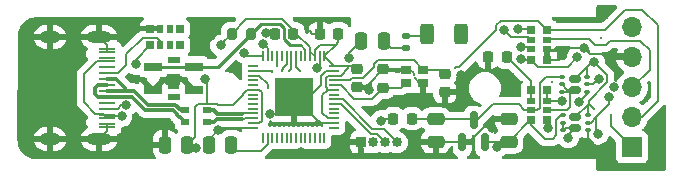
<source format=gbr>
%TF.GenerationSoftware,KiCad,Pcbnew,7.0.8*%
%TF.CreationDate,2024-02-27T09:09:56-06:00*%
%TF.ProjectId,CH32VClamp,43483332-5643-46c6-916d-702e6b696361,rev?*%
%TF.SameCoordinates,Original*%
%TF.FileFunction,Copper,L1,Top*%
%TF.FilePolarity,Positive*%
%FSLAX46Y46*%
G04 Gerber Fmt 4.6, Leading zero omitted, Abs format (unit mm)*
G04 Created by KiCad (PCBNEW 7.0.8) date 2024-02-27 09:09:56*
%MOMM*%
%LPD*%
G01*
G04 APERTURE LIST*
G04 Aperture macros list*
%AMRoundRect*
0 Rectangle with rounded corners*
0 $1 Rounding radius*
0 $2 $3 $4 $5 $6 $7 $8 $9 X,Y pos of 4 corners*
0 Add a 4 corners polygon primitive as box body*
4,1,4,$2,$3,$4,$5,$6,$7,$8,$9,$2,$3,0*
0 Add four circle primitives for the rounded corners*
1,1,$1+$1,$2,$3*
1,1,$1+$1,$4,$5*
1,1,$1+$1,$6,$7*
1,1,$1+$1,$8,$9*
0 Add four rect primitives between the rounded corners*
20,1,$1+$1,$2,$3,$4,$5,0*
20,1,$1+$1,$4,$5,$6,$7,0*
20,1,$1+$1,$6,$7,$8,$9,0*
20,1,$1+$1,$8,$9,$2,$3,0*%
G04 Aperture macros list end*
%TA.AperFunction,SMDPad,CuDef*%
%ADD10RoundRect,0.225000X0.225000X0.250000X-0.225000X0.250000X-0.225000X-0.250000X0.225000X-0.250000X0*%
%TD*%
%TA.AperFunction,SMDPad,CuDef*%
%ADD11RoundRect,0.150000X0.150000X-0.587500X0.150000X0.587500X-0.150000X0.587500X-0.150000X-0.587500X0*%
%TD*%
%TA.AperFunction,SMDPad,CuDef*%
%ADD12RoundRect,0.218750X-0.218750X-0.256250X0.218750X-0.256250X0.218750X0.256250X-0.218750X0.256250X0*%
%TD*%
%TA.AperFunction,ComponentPad*%
%ADD13R,1.700000X1.700000*%
%TD*%
%TA.AperFunction,ComponentPad*%
%ADD14O,1.700000X1.700000*%
%TD*%
%TA.AperFunction,SMDPad,CuDef*%
%ADD15RoundRect,0.250000X0.250000X0.475000X-0.250000X0.475000X-0.250000X-0.475000X0.250000X-0.475000X0*%
%TD*%
%TA.AperFunction,ComponentPad*%
%ADD16R,0.850000X0.850000*%
%TD*%
%TA.AperFunction,ComponentPad*%
%ADD17O,0.850000X0.850000*%
%TD*%
%TA.AperFunction,SMDPad,CuDef*%
%ADD18RoundRect,0.250000X-0.475000X0.250000X-0.475000X-0.250000X0.475000X-0.250000X0.475000X0.250000X0*%
%TD*%
%TA.AperFunction,SMDPad,CuDef*%
%ADD19R,0.700000X0.640000*%
%TD*%
%TA.AperFunction,SMDPad,CuDef*%
%ADD20R,0.700000X0.500000*%
%TD*%
%TA.AperFunction,SMDPad,CuDef*%
%ADD21R,1.000000X0.500000*%
%TD*%
%TA.AperFunction,SMDPad,CuDef*%
%ADD22R,1.500000X0.800000*%
%TD*%
%TA.AperFunction,SMDPad,CuDef*%
%ADD23R,1.400000X0.250000*%
%TD*%
%TA.AperFunction,ComponentPad*%
%ADD24O,2.100000X1.000000*%
%TD*%
%TA.AperFunction,ComponentPad*%
%ADD25O,1.800000X1.000000*%
%TD*%
%TA.AperFunction,SMDPad,CuDef*%
%ADD26RoundRect,0.250000X-0.312500X-0.625000X0.312500X-0.625000X0.312500X0.625000X-0.312500X0.625000X0*%
%TD*%
%TA.AperFunction,SMDPad,CuDef*%
%ADD27RoundRect,0.075000X0.175000X-0.075000X0.175000X0.075000X-0.175000X0.075000X-0.175000X-0.075000X0*%
%TD*%
%TA.AperFunction,SMDPad,CuDef*%
%ADD28RoundRect,0.150000X0.350000X-0.150000X0.350000X0.150000X-0.350000X0.150000X-0.350000X-0.150000X0*%
%TD*%
%TA.AperFunction,SMDPad,CuDef*%
%ADD29RoundRect,0.050000X-0.050000X0.387500X-0.050000X-0.387500X0.050000X-0.387500X0.050000X0.387500X0*%
%TD*%
%TA.AperFunction,SMDPad,CuDef*%
%ADD30RoundRect,0.050000X-0.387500X0.050000X-0.387500X-0.050000X0.387500X-0.050000X0.387500X0.050000X0*%
%TD*%
%TA.AperFunction,SMDPad,CuDef*%
%ADD31R,3.200000X3.200000*%
%TD*%
%TA.AperFunction,SMDPad,CuDef*%
%ADD32R,0.800000X0.500000*%
%TD*%
%TA.AperFunction,SMDPad,CuDef*%
%ADD33RoundRect,0.225000X0.250000X-0.225000X0.250000X0.225000X-0.250000X0.225000X-0.250000X-0.225000X0*%
%TD*%
%TA.AperFunction,SMDPad,CuDef*%
%ADD34R,0.640000X0.700000*%
%TD*%
%TA.AperFunction,SMDPad,CuDef*%
%ADD35R,0.500000X0.700000*%
%TD*%
%TA.AperFunction,SMDPad,CuDef*%
%ADD36RoundRect,0.225000X-0.250000X0.225000X-0.250000X-0.225000X0.250000X-0.225000X0.250000X0.225000X0*%
%TD*%
%TA.AperFunction,SMDPad,CuDef*%
%ADD37RoundRect,0.147500X-0.172500X0.147500X-0.172500X-0.147500X0.172500X-0.147500X0.172500X0.147500X0*%
%TD*%
%TA.AperFunction,SMDPad,CuDef*%
%ADD38R,0.900000X0.800000*%
%TD*%
%TA.AperFunction,SMDPad,CuDef*%
%ADD39RoundRect,0.250000X0.475000X-0.250000X0.475000X0.250000X-0.475000X0.250000X-0.475000X-0.250000X0*%
%TD*%
%TA.AperFunction,SMDPad,CuDef*%
%ADD40RoundRect,0.200000X-0.200000X-0.275000X0.200000X-0.275000X0.200000X0.275000X-0.200000X0.275000X0*%
%TD*%
%TA.AperFunction,ViaPad*%
%ADD41C,0.300000*%
%TD*%
%TA.AperFunction,ViaPad*%
%ADD42C,0.800000*%
%TD*%
%TA.AperFunction,Conductor*%
%ADD43C,0.200000*%
%TD*%
%TA.AperFunction,Conductor*%
%ADD44C,0.250000*%
%TD*%
%TA.AperFunction,Conductor*%
%ADD45C,0.310000*%
%TD*%
G04 APERTURE END LIST*
D10*
%TO.P,C8,1*%
%TO.N,VDD*%
X194337500Y-82000000D03*
%TO.P,C8,2*%
%TO.N,GND*%
X192787500Y-82000000D03*
%TD*%
D11*
%TO.P,U2,1,GND*%
%TO.N,GND*%
X204850000Y-91200000D03*
%TO.P,U2,2,VO*%
%TO.N,VDD*%
X206750000Y-91200000D03*
%TO.P,U2,3,VI*%
%TO.N,VBUS*%
X205800000Y-89325000D03*
%TD*%
D12*
%TO.P,F1,1*%
%TO.N,Net-(F1-Pad1)*%
X199012500Y-89200000D03*
%TO.P,F1,2*%
%TO.N,VBUS*%
X200587500Y-89200000D03*
%TD*%
D13*
%TO.P,J4,1,Pin_1*%
%TO.N,VCC003*%
X219200000Y-91620000D03*
D14*
%TO.P,J4,2,Pin_2*%
%TO.N,SWCL*%
X219200000Y-89080000D03*
%TO.P,J4,3,Pin_3*%
%TO.N,SWIO*%
X219200000Y-86540000D03*
%TO.P,J4,4,Pin_4*%
%TO.N,GND*%
X219200000Y-84000000D03*
%TO.P,J4,5,Pin_5*%
%TO.N,MULTI2*%
X219200000Y-81460000D03*
%TD*%
D15*
%TO.P,C1,1*%
%TO.N,Net-(C1-Pad1)*%
X198187500Y-82600000D03*
%TO.P,C1,2*%
%TO.N,Net-(U1-LNA_IN)*%
X196287500Y-82600000D03*
%TD*%
D16*
%TO.P,J2,1,Pin_1*%
%TO.N,GND*%
X196300000Y-91200000D03*
D17*
%TO.P,J2,2,Pin_2*%
%TO.N,VDD*%
X197300000Y-91200000D03*
%TO.P,J2,3,Pin_3*%
%TO.N,TX*%
X198300000Y-91200000D03*
%TO.P,J2,4,Pin_4*%
%TO.N,RX*%
X199300000Y-91200000D03*
%TD*%
D10*
%TO.P,C10,1*%
%TO.N,VDD*%
X190537500Y-82000000D03*
%TO.P,C10,2*%
%TO.N,GND*%
X188987500Y-82000000D03*
%TD*%
D18*
%TO.P,C6,1*%
%TO.N,VBUS*%
X202600000Y-89250000D03*
%TO.P,C6,2*%
%TO.N,GND*%
X202600000Y-91150000D03*
%TD*%
D19*
%TO.P,RN4,1,R1.1*%
%TO.N,Net-(D1-A)*%
X210650000Y-86800000D03*
D20*
%TO.P,RN4,2,R2.1*%
X210650000Y-87670000D03*
%TO.P,RN4,3,R3.1*%
%TO.N,VBUS*%
X210650000Y-88470000D03*
D19*
%TO.P,RN4,4,R4.1*%
%TO.N,VDD*%
X210650000Y-89340000D03*
%TO.P,RN4,5,R4.2*%
%TO.N,Net-(Q1-G2)*%
X212050000Y-89340000D03*
D20*
%TO.P,RN4,6,R3.2*%
%TO.N,Net-(Q2-G2)*%
X212050000Y-88470000D03*
%TO.P,RN4,7,R2.2*%
%TO.N,ProgAct*%
X212050000Y-87670000D03*
D19*
%TO.P,RN4,8,R1.2*%
X212050000Y-86800000D03*
%TD*%
D12*
%TO.P,D1,1,K*%
%TO.N,GND*%
X207025000Y-84000000D03*
%TO.P,D1,2,A*%
%TO.N,Net-(D1-A)*%
X208600000Y-84000000D03*
%TD*%
D19*
%TO.P,RN2,1,R1.1*%
%TO.N,SWPUC*%
X210650000Y-81660000D03*
D20*
%TO.P,RN2,2,R2.1*%
%TO.N,SWPUD*%
X210650000Y-82530000D03*
%TO.P,RN2,3,R3.1*%
%TO.N,VCCCTL3*%
X210650000Y-83330000D03*
D19*
%TO.P,RN2,4,R4.1*%
%TO.N,VCCCTL5*%
X210650000Y-84200000D03*
%TO.P,RN2,5,R4.2*%
%TO.N,GND*%
X212050000Y-84200000D03*
D20*
%TO.P,RN2,6,R3.2*%
X212050000Y-83330000D03*
%TO.P,RN2,7,R2.2*%
%TO.N,SWIO*%
X212050000Y-82530000D03*
D19*
%TO.P,RN2,8,R1.2*%
%TO.N,SWCL*%
X212050000Y-81660000D03*
%TD*%
D21*
%TO.P,SW2,*%
%TO.N,*%
X180400000Y-87400000D03*
X180400000Y-84200000D03*
D22*
%TO.P,SW2,1,1*%
%TO.N,GND*%
X182150000Y-86800000D03*
%TO.P,SW2,2,2*%
X178650000Y-86800000D03*
%TO.P,SW2,3,K*%
%TO.N,GPIO0*%
X182150000Y-84800000D03*
%TO.P,SW2,4,A*%
X178650000Y-84800000D03*
%TD*%
D23*
%TO.P,J1,A1,GND*%
%TO.N,GND*%
X174787500Y-83275000D03*
%TO.P,J1,A4,VBUS*%
%TO.N,Net-(F1-Pad1)*%
X174787500Y-84075000D03*
%TO.P,J1,A5,CC1*%
%TO.N,Net-(J1-CC1)*%
X174787500Y-85350000D03*
%TO.P,J1,A6,D+*%
%TO.N,D+*%
X174787500Y-86350000D03*
%TO.P,J1,A7,D-*%
%TO.N,D-*%
X174787500Y-86850000D03*
%TO.P,J1,A8,SBU1*%
%TO.N,unconnected-(J1-SBU1-PadA8)*%
X174787500Y-84850000D03*
%TO.P,J1,A9,VBUS*%
%TO.N,Net-(F1-Pad1)*%
X174787500Y-89125000D03*
%TO.P,J1,A12,GND*%
%TO.N,GND*%
X174787500Y-89925000D03*
%TO.P,J1,B1,GND*%
X174787500Y-89675000D03*
%TO.P,J1,B4,VBUS*%
%TO.N,Net-(F1-Pad1)*%
X174787500Y-88875000D03*
%TO.P,J1,B5,CC2*%
%TO.N,Net-(J1-CC2)*%
X174787500Y-88350000D03*
%TO.P,J1,B6,D+*%
%TO.N,D+*%
X174787500Y-87350000D03*
%TO.P,J1,B7,D-*%
%TO.N,D-*%
X174787500Y-85850000D03*
%TO.P,J1,B8,SBU2*%
%TO.N,unconnected-(J1-SBU2-PadB8)*%
X174787500Y-87850000D03*
%TO.P,J1,B9,VBUS*%
%TO.N,Net-(F1-Pad1)*%
X174787500Y-84325000D03*
%TO.P,J1,B12,GND*%
%TO.N,GND*%
X174787500Y-83525000D03*
D24*
%TO.P,J1,S1,SHIELD*%
X174087500Y-82280000D03*
D25*
X169937500Y-82280000D03*
D24*
X174087500Y-90920000D03*
D25*
X169937500Y-90920000D03*
%TD*%
D26*
%TO.P,A1,1*%
%TO.N,Net-(A1-Pad1)*%
X201837500Y-82000000D03*
%TO.P,A1,2*%
%TO.N,unconnected-(A1-Pad2)*%
X204762500Y-82000000D03*
%TD*%
D27*
%TO.P,Q2,1,S1*%
%TO.N,GND*%
X215400000Y-86950000D03*
%TO.P,Q2,2,G1*%
%TO.N,VCCCTL5*%
X215400000Y-86300000D03*
%TO.P,Q2,3,D2*%
%TO.N,VCC003*%
X215400000Y-85650000D03*
%TO.P,Q2,4,S2*%
%TO.N,VBUS*%
X213300000Y-85650000D03*
%TO.P,Q2,5,G2*%
%TO.N,Net-(Q2-G2)*%
X213300000Y-86300000D03*
%TO.P,Q2,6,D1*%
X213300000Y-86950000D03*
D28*
%TO.P,Q2,7,D1*%
X214350000Y-86750000D03*
%TO.P,Q2,8,D2*%
%TO.N,VCC003*%
X214350000Y-85850000D03*
%TD*%
D29*
%TO.P,U1,1,VDDA*%
%TO.N,VDD*%
X193162500Y-83925000D03*
%TO.P,U1,2,LNA_IN*%
%TO.N,Net-(U1-LNA_IN)*%
X192762500Y-83925000D03*
%TO.P,U1,3,VDD3P3*%
%TO.N,VDD*%
X192362500Y-83925000D03*
%TO.P,U1,4,VDD3P3*%
X191962500Y-83925000D03*
%TO.P,U1,5,GPIO0*%
%TO.N,GPIO0*%
X191562500Y-83925000D03*
%TO.P,U1,6,GPIO1*%
%TO.N,unconnected-(U1-GPIO1-Pad6)*%
X191162500Y-83925000D03*
%TO.P,U1,7,GPIO2*%
%TO.N,MULTI2*%
X190762500Y-83925000D03*
%TO.P,U1,8,GPIO3*%
%TO.N,ProgAct*%
X190362500Y-83925000D03*
%TO.P,U1,9,GPIO4*%
%TO.N,SWCL*%
X189962500Y-83925000D03*
%TO.P,U1,10,GPIO5*%
%TO.N,unconnected-(U1-GPIO5-Pad10)*%
X189562500Y-83925000D03*
%TO.P,U1,11,GPIO6*%
%TO.N,SWIO*%
X189162500Y-83925000D03*
%TO.P,U1,12,GPIO7*%
%TO.N,unconnected-(U1-GPIO7-Pad12)*%
X188762500Y-83925000D03*
%TO.P,U1,13,GPIO8*%
%TO.N,SWPUC*%
X188362500Y-83925000D03*
%TO.P,U1,14,GPIO9*%
%TO.N,SWPUD*%
X187962500Y-83925000D03*
D30*
%TO.P,U1,15,GPIO10*%
%TO.N,unconnected-(U1-GPIO10-Pad15)*%
X187125000Y-84762500D03*
%TO.P,U1,16,GPIO11*%
%TO.N,VCCCTL3*%
X187125000Y-85162500D03*
%TO.P,U1,17,GPIO12*%
%TO.N,VCCCTL5*%
X187125000Y-85562500D03*
%TO.P,U1,18,GPIO13*%
%TO.N,unconnected-(U1-GPIO13-Pad18)*%
X187125000Y-85962500D03*
%TO.P,U1,19,GPIO14*%
%TO.N,WSO*%
X187125000Y-86362500D03*
%TO.P,U1,20,V333P3_RTC*%
%TO.N,VDD*%
X187125000Y-86762500D03*
%TO.P,U1,21,XTAL_32K_P*%
%TO.N,unconnected-(U1-XTAL_32K_P-Pad21)*%
X187125000Y-87162500D03*
%TO.P,U1,22,XTAL_32K_N*%
%TO.N,unconnected-(U1-XTAL_32K_N-Pad22)*%
X187125000Y-87562500D03*
%TO.P,U1,23,DAC1*%
%TO.N,DAC1*%
X187125000Y-87962500D03*
%TO.P,U1,24,DAC2*%
%TO.N,DAC2*%
X187125000Y-88362500D03*
%TO.P,U1,25,GPIO19*%
%TO.N,D2-*%
X187125000Y-88762500D03*
%TO.P,U1,26,GPIO20*%
%TO.N,D2+*%
X187125000Y-89162500D03*
%TO.P,U1,27,VDD3P3_RTC_IO*%
%TO.N,VDD*%
X187125000Y-89562500D03*
%TO.P,U1,28,GPIO21*%
%TO.N,GND*%
X187125000Y-89962500D03*
D29*
%TO.P,U1,29,SPICS1*%
%TO.N,unconnected-(U1-SPICS1-Pad29)*%
X187962500Y-90800000D03*
%TO.P,U1,30,VDD_SPI*%
%TO.N,Net-(U1-VDD_SPI)*%
X188362500Y-90800000D03*
%TO.P,U1,31,SPIHD*%
%TO.N,unconnected-(U1-SPIHD-Pad31)*%
X188762500Y-90800000D03*
%TO.P,U1,32,SPIWP*%
%TO.N,unconnected-(U1-SPIWP-Pad32)*%
X189162500Y-90800000D03*
%TO.P,U1,33,SPICS0*%
%TO.N,unconnected-(U1-SPICS0-Pad33)*%
X189562500Y-90800000D03*
%TO.P,U1,34,SPICLK*%
%TO.N,unconnected-(U1-SPICLK-Pad34)*%
X189962500Y-90800000D03*
%TO.P,U1,35,SPIQ*%
%TO.N,unconnected-(U1-SPIQ-Pad35)*%
X190362500Y-90800000D03*
%TO.P,U1,36,SPID*%
%TO.N,unconnected-(U1-SPID-Pad36)*%
X190762500Y-90800000D03*
%TO.P,U1,37,GPIO33*%
%TO.N,unconnected-(U1-GPIO33-Pad37)*%
X191162500Y-90800000D03*
%TO.P,U1,38,GPIO34*%
%TO.N,unconnected-(U1-GPIO34-Pad38)*%
X191562500Y-90800000D03*
%TO.P,U1,39,GPIO35*%
%TO.N,unconnected-(U1-GPIO35-Pad39)*%
X191962500Y-90800000D03*
%TO.P,U1,40,GPIO36*%
%TO.N,unconnected-(U1-GPIO36-Pad40)*%
X192362500Y-90800000D03*
%TO.P,U1,41,GPIO37*%
%TO.N,unconnected-(U1-GPIO37-Pad41)*%
X192762500Y-90800000D03*
%TO.P,U1,42,GPIO38*%
%TO.N,unconnected-(U1-GPIO38-Pad42)*%
X193162500Y-90800000D03*
D30*
%TO.P,U1,43,MTCK*%
%TO.N,unconnected-(U1-MTCK-Pad43)*%
X194000000Y-89962500D03*
%TO.P,U1,44,MTDO0*%
%TO.N,GND*%
X194000000Y-89562500D03*
%TO.P,U1,45,VDD3P3_CPU*%
%TO.N,VDD*%
X194000000Y-89162500D03*
%TO.P,U1,46,MTDI*%
%TO.N,unconnected-(U1-MTDI-Pad46)*%
X194000000Y-88762500D03*
%TO.P,U1,47,MTMS*%
%TO.N,unconnected-(U1-MTMS-Pad47)*%
X194000000Y-88362500D03*
%TO.P,U1,48,U0TXD*%
%TO.N,TX*%
X194000000Y-87962500D03*
%TO.P,U1,49,U0XD*%
%TO.N,RX*%
X194000000Y-87562500D03*
%TO.P,U1,50,GPIO45*%
%TO.N,unconnected-(U1-GPIO45-Pad50)*%
X194000000Y-87162500D03*
%TO.P,U1,51,VDDA*%
%TO.N,VDD*%
X194000000Y-86762500D03*
%TO.P,U1,52,XTAL_N*%
%TO.N,Net-(U1-XTAL_N)*%
X194000000Y-86362500D03*
%TO.P,U1,53,XTAL_P*%
%TO.N,Net-(U1-XTAL_P)*%
X194000000Y-85962500D03*
%TO.P,U1,54,VDDA*%
%TO.N,VDD*%
X194000000Y-85562500D03*
%TO.P,U1,55,GPIO46*%
%TO.N,GND*%
X194000000Y-85162500D03*
%TO.P,U1,56,CHIP_PU*%
%TO.N,VDD*%
X194000000Y-84762500D03*
D31*
%TO.P,U1,57,GND*%
%TO.N,GND*%
X190562500Y-87362500D03*
%TD*%
D32*
%TO.P,RN3,1,R1.1*%
%TO.N,D-*%
X181400000Y-88500000D03*
%TO.P,RN3,2,R2.1*%
%TO.N,D+*%
X181400000Y-89500000D03*
%TO.P,RN3,3,R2.2*%
%TO.N,D2+*%
X183200000Y-89500000D03*
%TO.P,RN3,4,R1.2*%
%TO.N,D2-*%
X183200000Y-88500000D03*
%TD*%
D33*
%TO.P,C3,1*%
%TO.N,GND*%
X203362500Y-86950000D03*
%TO.P,C3,2*%
%TO.N,Net-(U1-XTAL_P)*%
X203362500Y-85400000D03*
%TD*%
D34*
%TO.P,RN1,1,R1.1*%
%TO.N,unconnected-(RN1-R1.1-Pad1)*%
X180940000Y-81600000D03*
D35*
%TO.P,RN1,2,R2.1*%
%TO.N,unconnected-(RN1-R2.1-Pad2)*%
X180070000Y-81600000D03*
%TO.P,RN1,3,R3.1*%
%TO.N,GND*%
X179270000Y-81600000D03*
D34*
%TO.P,RN1,4,R4.1*%
X178400000Y-81600000D03*
%TO.P,RN1,5,R4.2*%
%TO.N,Net-(J1-CC2)*%
X178400000Y-83000000D03*
D35*
%TO.P,RN1,6,R3.2*%
%TO.N,Net-(J1-CC1)*%
X179270000Y-83000000D03*
%TO.P,RN1,7,R2.2*%
%TO.N,unconnected-(RN1-R2.2-Pad7)*%
X180070000Y-83000000D03*
D34*
%TO.P,RN1,8,R1.2*%
%TO.N,unconnected-(RN1-R1.2-Pad8)*%
X180940000Y-83000000D03*
%TD*%
D36*
%TO.P,C7,1*%
%TO.N,VDD*%
X195962500Y-85000000D03*
%TO.P,C7,2*%
%TO.N,GND*%
X195962500Y-86550000D03*
%TD*%
D37*
%TO.P,L1,1,1*%
%TO.N,Net-(A1-Pad1)*%
X200037500Y-82230000D03*
%TO.P,L1,2,2*%
%TO.N,Net-(C1-Pad1)*%
X200037500Y-83200000D03*
%TD*%
D38*
%TO.P,Y1,1,1*%
%TO.N,Net-(U1-XTAL_P)*%
X201500000Y-85050000D03*
%TO.P,Y1,2,2*%
%TO.N,GND*%
X200100000Y-85050000D03*
%TO.P,Y1,3,3*%
%TO.N,Net-(U1-XTAL_N)*%
X200100000Y-86150000D03*
%TO.P,Y1,4,4*%
%TO.N,GND*%
X201500000Y-86150000D03*
%TD*%
D27*
%TO.P,Q1,1,S1*%
%TO.N,GND*%
X215450000Y-90200000D03*
%TO.P,Q1,2,G1*%
%TO.N,VCCCTL3*%
X215450000Y-89550000D03*
%TO.P,Q1,3,D2*%
%TO.N,VCC003*%
X215450000Y-88900000D03*
%TO.P,Q1,4,S2*%
%TO.N,VDD*%
X213350000Y-88900000D03*
%TO.P,Q1,5,G2*%
%TO.N,Net-(Q1-G2)*%
X213350000Y-89550000D03*
%TO.P,Q1,6,D1*%
X213350000Y-90200000D03*
D28*
%TO.P,Q1,7,D1*%
X214400000Y-90000000D03*
%TO.P,Q1,8,D2*%
%TO.N,VCC003*%
X214400000Y-89100000D03*
%TD*%
D39*
%TO.P,C2,1*%
%TO.N,VDD*%
X208800000Y-91150000D03*
%TO.P,C2,2*%
%TO.N,GND*%
X208800000Y-89250000D03*
%TD*%
D36*
%TO.P,C5,1*%
%TO.N,GND*%
X198162500Y-85025000D03*
%TO.P,C5,2*%
%TO.N,Net-(U1-XTAL_N)*%
X198162500Y-86575000D03*
%TD*%
D15*
%TO.P,C4,1*%
%TO.N,Net-(U1-VDD_SPI)*%
X185300000Y-91400000D03*
%TO.P,C4,2*%
%TO.N,GND*%
X183400000Y-91400000D03*
%TD*%
D40*
%TO.P,R5,1*%
%TO.N,VDD*%
X185312500Y-82000000D03*
%TO.P,R5,2*%
%TO.N,GPIO0*%
X186962500Y-82000000D03*
%TD*%
D15*
%TO.P,C9,1*%
%TO.N,VDD*%
X181550000Y-91400000D03*
%TO.P,C9,2*%
%TO.N,GND*%
X179650000Y-91400000D03*
%TD*%
D41*
%TO.N,GND*%
X220500000Y-87700000D03*
X212400000Y-86100000D03*
X209900000Y-86100000D03*
X209100000Y-85400000D03*
X191900000Y-81800000D03*
%TO.N,VCC003*%
X216000000Y-88400000D03*
X217400000Y-88900000D03*
%TO.N,MULTI2*%
X191100000Y-85200000D03*
%TO.N,GND*%
X200600000Y-90300000D03*
X217300000Y-90900000D03*
X217100000Y-80700000D03*
X216600000Y-82400000D03*
X213700000Y-83200000D03*
X213000000Y-84200000D03*
X192350000Y-86850000D03*
%TO.N,SWCL*%
X204200000Y-84900000D03*
X189600000Y-85200000D03*
%TO.N,ProgAct*%
X190200000Y-85200000D03*
%TO.N,SWIO*%
X189162483Y-84762483D03*
%TO.N,VCCCTL3*%
X188700000Y-85200000D03*
%TO.N,VCCCTL5*%
X188400000Y-86600000D03*
D42*
%TO.N,VDD*%
X184400000Y-83000000D03*
X183045400Y-85818399D03*
X182300500Y-91650107D03*
X207800000Y-91600000D03*
%TO.N,GND*%
X201250000Y-92100000D03*
X211000000Y-91600000D03*
X207400000Y-90000000D03*
X214699639Y-87777496D03*
X216600000Y-92000000D03*
X217728944Y-86510476D03*
X215157009Y-83177907D03*
X185600000Y-84800000D03*
X188245924Y-81919288D03*
X196942604Y-86800000D03*
X204800000Y-87000000D03*
X204757720Y-85518471D03*
X201000000Y-87600000D03*
X188600000Y-88800000D03*
X184200000Y-90200000D03*
X191200000Y-92000000D03*
X176800000Y-91600000D03*
X168800000Y-88800000D03*
X170600000Y-86600000D03*
X168800000Y-84400000D03*
X176600000Y-81800000D03*
X183600000Y-82200000D03*
X180000000Y-86000000D03*
%TO.N,SWPUC*%
X209600000Y-81600000D03*
X187998557Y-82888484D03*
%TO.N,SWPUD*%
X208416887Y-81733932D03*
X186392834Y-83617216D03*
%TO.N,VCCCTL5*%
X209788166Y-84139861D03*
%TO.N,VCCCTL3*%
X216337363Y-90500000D03*
%TO.N,ProgAct*%
X213300000Y-87725427D03*
%TO.N,Net-(U1-LNA_IN)*%
X195228159Y-84063000D03*
X192524224Y-84951498D03*
%TO.N,Net-(F1-Pad1)*%
X176000000Y-89000000D03*
X198000000Y-89375000D03*
%TO.N,Net-(J1-CC2)*%
X177200000Y-84600000D03*
X176401025Y-88085000D03*
%TO.N,VCC003*%
X216000000Y-84400000D03*
%TO.N,VCCCTL3*%
X217272050Y-87400000D03*
X209800756Y-83139938D03*
%TO.N,VCCCTL5*%
X216420272Y-85830322D03*
X214594975Y-84005025D03*
%TO.N,Net-(Q1-G2)*%
X212100931Y-90000000D03*
X213800000Y-90800000D03*
%TD*%
D43*
%TO.N,VCCCTL3*%
X216175000Y-90337637D02*
X216337363Y-90500000D01*
X216175000Y-89075000D02*
X216175000Y-90337637D01*
%TO.N,GND*%
X218900000Y-83700000D02*
X219200000Y-84000000D01*
X215679102Y-83700000D02*
X218900000Y-83700000D01*
X215157009Y-83177907D02*
X215679102Y-83700000D01*
%TO.N,SWIO*%
X216047093Y-82925000D02*
X215600000Y-82477907D01*
X217010688Y-82925000D02*
X216047093Y-82925000D01*
X217330344Y-82605344D02*
X217010688Y-82925000D01*
X219905344Y-82605344D02*
X217330344Y-82605344D01*
X220700000Y-83400000D02*
X219905344Y-82605344D01*
X212102093Y-82477907D02*
X215600000Y-82477907D01*
X220700000Y-85040000D02*
X220700000Y-83400000D01*
X219200000Y-86540000D02*
X220700000Y-85040000D01*
%TO.N,GND*%
X191900000Y-81769532D02*
X191893471Y-81763003D01*
X191900000Y-81800000D02*
X191900000Y-81769532D01*
X191930468Y-81800000D02*
X191900000Y-81800000D01*
%TO.N,SWCL*%
X204250000Y-84850000D02*
X204200000Y-84900000D01*
X204550000Y-84850000D02*
X204250000Y-84850000D01*
X208128932Y-80900000D02*
X207718882Y-81310050D01*
X207718882Y-81681118D02*
X204550000Y-84850000D01*
X212050000Y-81660000D02*
X211290000Y-80900000D01*
X211290000Y-80900000D02*
X208128932Y-80900000D01*
X207718882Y-81310050D02*
X207718882Y-81681118D01*
%TO.N,GND*%
X215134916Y-83200000D02*
X215157009Y-83177907D01*
X213700000Y-83200000D02*
X215134916Y-83200000D01*
%TO.N,VCC003*%
X216000000Y-88400000D02*
X215550000Y-87950000D01*
X217400000Y-89820000D02*
X217400000Y-88900000D01*
X219200000Y-91620000D02*
X217400000Y-89820000D01*
%TO.N,SWIO*%
X219200000Y-85742463D02*
X219200000Y-86540000D01*
X212050000Y-82530000D02*
X212102093Y-82477907D01*
%TO.N,SWCL*%
X221400000Y-81300000D02*
X221400000Y-87700000D01*
X220100000Y-80000000D02*
X221400000Y-81300000D01*
X218600000Y-80000000D02*
X220100000Y-80000000D01*
X220020000Y-89080000D02*
X219200000Y-89080000D01*
X216940000Y-81660000D02*
X218600000Y-80000000D01*
X221400000Y-87700000D02*
X220020000Y-89080000D01*
X212050000Y-81660000D02*
X216940000Y-81660000D01*
%TO.N,GND*%
X213000000Y-84200000D02*
X213000000Y-83900000D01*
X213000000Y-83900000D02*
X213700000Y-83200000D01*
X192787500Y-82000000D02*
X192130468Y-82000000D01*
X192130468Y-82000000D02*
X191930468Y-81800000D01*
%TO.N,VBUS*%
X200637500Y-89250000D02*
X200587500Y-89200000D01*
X202600000Y-89250000D02*
X200637500Y-89250000D01*
%TO.N,GND*%
X212050000Y-84200000D02*
X213000000Y-84200000D01*
%TO.N,VCC003*%
X217120272Y-85520272D02*
X216000000Y-84400000D01*
X217120272Y-86120272D02*
X217120272Y-85520272D01*
X215550000Y-87690544D02*
X217120272Y-86120272D01*
%TO.N,VCCCTL5*%
X215400000Y-86300000D02*
X215950594Y-86300000D01*
%TO.N,VCC003*%
X215550000Y-87950000D02*
X215550000Y-87690544D01*
%TO.N,VCCCTL5*%
X210650000Y-84200000D02*
X211270000Y-84820000D01*
X211270000Y-84820000D02*
X213780000Y-84820000D01*
X213780000Y-84820000D02*
X214594975Y-84005025D01*
X215950594Y-86300000D02*
X216420272Y-85830322D01*
%TO.N,GND*%
X192350000Y-86850000D02*
X191837500Y-87362500D01*
X192862500Y-86337500D02*
X192350000Y-86850000D01*
%TO.N,VDD*%
X191962500Y-83159445D02*
X191962500Y-83200000D01*
X190803055Y-82000000D02*
X191962500Y-83159445D01*
X190537500Y-82000000D02*
X190803055Y-82000000D01*
%TO.N,Net-(U1-LNA_IN)*%
X195228159Y-83659341D02*
X196287500Y-82600000D01*
X195228159Y-84063000D02*
X195228159Y-83659341D01*
%TO.N,Net-(U1-XTAL_N)*%
X195695038Y-87500000D02*
X197237500Y-87500000D01*
X194557538Y-86362500D02*
X195695038Y-87500000D01*
X194000000Y-86362500D02*
X194557538Y-86362500D01*
%TO.N,GND*%
X196942604Y-86244896D02*
X196942604Y-86800000D01*
X198162500Y-85025000D02*
X196942604Y-86244896D01*
X196887500Y-86800000D02*
X196942604Y-86800000D01*
X196637500Y-86550000D02*
X196887500Y-86800000D01*
%TO.N,Net-(U1-XTAL_N)*%
X197237500Y-87500000D02*
X198162500Y-86575000D01*
%TO.N,GND*%
X195962500Y-86550000D02*
X196637500Y-86550000D01*
%TO.N,SWPUC*%
X188362500Y-83252427D02*
X188362500Y-83925000D01*
X187998557Y-82888484D02*
X188362500Y-83252427D01*
%TO.N,GND*%
X188326636Y-82000000D02*
X188987500Y-82000000D01*
X188245924Y-81919288D02*
X188326636Y-82000000D01*
D44*
%TO.N,GPIO0*%
X189762500Y-82477818D02*
X190284682Y-83000000D01*
X189762500Y-81522182D02*
X189762500Y-82477818D01*
X187786934Y-81175566D02*
X189415884Y-81175566D01*
X190284682Y-83000000D02*
X191200000Y-83000000D01*
X186962500Y-82000000D02*
X187786934Y-81175566D01*
X189415884Y-81175566D02*
X189762500Y-81522182D01*
D43*
%TO.N,SWPUD*%
X210420000Y-82300000D02*
X208982955Y-82300000D01*
X210650000Y-82530000D02*
X210420000Y-82300000D01*
X208982955Y-82300000D02*
X208416887Y-81733932D01*
%TO.N,SWCL*%
X189600000Y-85067429D02*
X189600000Y-85200000D01*
X189687483Y-84979946D02*
X189600000Y-85067429D01*
X189687483Y-84870054D02*
X189687483Y-84979946D01*
X189962500Y-84595037D02*
X189687483Y-84870054D01*
%TO.N,SWIO*%
X189162500Y-84762466D02*
X189162483Y-84762483D01*
X189162500Y-83925000D02*
X189162500Y-84762466D01*
%TO.N,ProgAct*%
X190362500Y-85037500D02*
X190200000Y-85200000D01*
X190362500Y-83925000D02*
X190362500Y-85037500D01*
%TO.N,SWCL*%
X189962500Y-83925000D02*
X189962500Y-84595037D01*
%TO.N,VCCCTL3*%
X217272050Y-87977950D02*
X217272050Y-87400000D01*
X216175000Y-89075000D02*
X217272050Y-87977950D01*
X188675283Y-85200000D02*
X188637783Y-85162500D01*
X188700000Y-85200000D02*
X188675283Y-85200000D01*
X188700000Y-85224717D02*
X188700000Y-85200000D01*
%TO.N,VCCCTL5*%
X188400000Y-86600000D02*
X188363000Y-86268026D01*
%TO.N,Net-(Q1-G2)*%
X212050000Y-89949069D02*
X212100931Y-90000000D01*
X212050000Y-89340000D02*
X212050000Y-89949069D01*
%TO.N,VDD*%
X213217590Y-88900000D02*
X213350000Y-88900000D01*
X212800000Y-89317590D02*
X213217590Y-88900000D01*
X212800000Y-90589950D02*
X212800000Y-89317590D01*
X212489950Y-90900000D02*
X212800000Y-90589950D01*
X211810987Y-90900000D02*
X212489950Y-90900000D01*
X210650000Y-89739013D02*
X211810987Y-90900000D01*
X210650000Y-89340000D02*
X210650000Y-89739013D01*
%TO.N,Net-(Q2-G2)*%
X213850000Y-86950000D02*
X213300000Y-86950000D01*
X214000000Y-88200000D02*
X214000000Y-87100000D01*
X213750000Y-88450000D02*
X214000000Y-88200000D01*
X212070000Y-88450000D02*
X213750000Y-88450000D01*
%TO.N,ProgAct*%
X213244573Y-87670000D02*
X213300000Y-87725427D01*
%TO.N,Net-(Q2-G2)*%
X212050000Y-88470000D02*
X212070000Y-88450000D01*
%TO.N,GND*%
X215400000Y-86950000D02*
X215400000Y-87077135D01*
X215400000Y-87077135D02*
X214699639Y-87777496D01*
%TO.N,Net-(Q2-G2)*%
X214000000Y-87100000D02*
X213850000Y-86950000D01*
%TO.N,ProgAct*%
X212050000Y-87670000D02*
X213244573Y-87670000D01*
%TO.N,VDD*%
X187658860Y-89562500D02*
X187125000Y-89562500D01*
X187862500Y-89358860D02*
X187658860Y-89562500D01*
X187862500Y-86967526D02*
X187862500Y-89358860D01*
X187657474Y-86762500D02*
X187862500Y-86967526D01*
X186250000Y-87200610D02*
X186250000Y-87103640D01*
X185400610Y-88050000D02*
X186250000Y-87200610D01*
X184199390Y-88050000D02*
X185400610Y-88050000D01*
X186250000Y-87103640D02*
X186591140Y-86762500D01*
X184099390Y-87950000D02*
X184199390Y-88050000D01*
X186591140Y-86762500D02*
X187657474Y-86762500D01*
X183200000Y-87950000D02*
X184099390Y-87950000D01*
%TO.N,MULTI2*%
X191100500Y-85163000D02*
X190762500Y-84825000D01*
X190762500Y-84825000D02*
X190762500Y-83925000D01*
%TO.N,Net-(U1-LNA_IN)*%
X192762500Y-84713222D02*
X192762500Y-83925000D01*
X192524224Y-84951498D02*
X192762500Y-84713222D01*
%TO.N,GND*%
X191837500Y-87362500D02*
X190562500Y-87362500D01*
X193301840Y-85162500D02*
X192862500Y-85601841D01*
X192862500Y-85601841D02*
X192862500Y-86337500D01*
%TO.N,VDD*%
X193467526Y-85562500D02*
X194000000Y-85562500D01*
%TO.N,GND*%
X194000000Y-85162500D02*
X193301840Y-85162500D01*
%TO.N,VDD*%
X193262500Y-85767526D02*
X193467526Y-85562500D01*
X193467526Y-86762500D02*
X193262500Y-86557474D01*
X193262500Y-86557474D02*
X193262500Y-85767526D01*
%TO.N,RX*%
X194728186Y-87562500D02*
X194000000Y-87562500D01*
X197240686Y-90075000D02*
X194728186Y-87562500D01*
X198192906Y-90075000D02*
X197240686Y-90075000D01*
X199300000Y-91182094D02*
X198192906Y-90075000D01*
X199300000Y-91200000D02*
X199300000Y-91182094D01*
%TO.N,Net-(F1-Pad1)*%
X199012500Y-89200000D02*
X198175000Y-89200000D01*
X198175000Y-89200000D02*
X198000000Y-89375000D01*
%TO.N,TX*%
X194532474Y-87962500D02*
X194000000Y-87962500D01*
X194737500Y-88167526D02*
X194532474Y-87962500D01*
X194767526Y-88167526D02*
X194737500Y-88167526D01*
X197075000Y-90475000D02*
X194767526Y-88167526D01*
X198300000Y-91182094D02*
X197592906Y-90475000D01*
X197592906Y-90475000D02*
X197075000Y-90475000D01*
X198300000Y-91200000D02*
X198300000Y-91182094D01*
%TO.N,GND*%
X194000000Y-89562500D02*
X192762500Y-89562500D01*
X192762500Y-89562500D02*
X190562500Y-87362500D01*
%TO.N,VDD*%
X190537500Y-81696142D02*
X190537500Y-82000000D01*
X189591924Y-80750566D02*
X190537500Y-81696142D01*
X186561934Y-80750566D02*
X189591924Y-80750566D01*
X185312500Y-82000000D02*
X186561934Y-80750566D01*
X184400000Y-82912500D02*
X185312500Y-82000000D01*
X184400000Y-83000000D02*
X184400000Y-82912500D01*
X183200000Y-85972999D02*
X183045400Y-85818399D01*
X183200000Y-87950000D02*
X183200000Y-85972999D01*
X182450000Y-87950000D02*
X183200000Y-87950000D01*
X181800107Y-91650107D02*
X181550000Y-91400000D01*
X182300500Y-91650107D02*
X181800107Y-91650107D01*
X207800000Y-91600000D02*
X207800000Y-91150000D01*
X207800000Y-91150000D02*
X206800000Y-91150000D01*
X208800000Y-91150000D02*
X207800000Y-91150000D01*
%TO.N,GND*%
X207326104Y-89250000D02*
X208800000Y-89250000D01*
X205376104Y-91200000D02*
X207326104Y-89250000D01*
X204850000Y-91200000D02*
X205376104Y-91200000D01*
X204800000Y-91150000D02*
X204850000Y-91200000D01*
X202600000Y-91150000D02*
X204800000Y-91150000D01*
%TO.N,VCCCTL3*%
X210459938Y-83139938D02*
X209800756Y-83139938D01*
X210650000Y-83330000D02*
X210459938Y-83139938D01*
%TO.N,VCCCTL5*%
X210650000Y-84200000D02*
X209848305Y-84200000D01*
X209848305Y-84200000D02*
X209788166Y-84139861D01*
%TO.N,GND*%
X215450000Y-90850000D02*
X215450000Y-90200000D01*
X216600000Y-92000000D02*
X215450000Y-90850000D01*
%TO.N,SWPUD*%
X187962500Y-83925000D02*
X186700618Y-83925000D01*
X186700618Y-83925000D02*
X186392834Y-83617216D01*
%TO.N,VDD*%
X193467526Y-89162500D02*
X194000000Y-89162500D01*
X193000000Y-88694974D02*
X193467526Y-89162500D01*
X193000000Y-87230026D02*
X193000000Y-88694974D01*
X193467526Y-86762500D02*
X193000000Y-87230026D01*
%TO.N,GND*%
X189125000Y-88800000D02*
X190562500Y-87362500D01*
X188600000Y-88800000D02*
X189125000Y-88800000D01*
X200075000Y-85025000D02*
X200100000Y-85050000D01*
X198162500Y-85025000D02*
X200075000Y-85025000D01*
%TO.N,Net-(U1-XTAL_P)*%
X203012500Y-85050000D02*
X203362500Y-85400000D01*
X201500000Y-85050000D02*
X203012500Y-85050000D01*
%TO.N,GND*%
X200850000Y-85800000D02*
X200850000Y-85674264D01*
X201200000Y-86150000D02*
X200850000Y-85800000D01*
X201500000Y-86150000D02*
X201200000Y-86150000D01*
X200750000Y-85350000D02*
X200750000Y-85525736D01*
X200450000Y-85050000D02*
X200750000Y-85350000D01*
X200100000Y-85050000D02*
X200450000Y-85050000D01*
%TO.N,VDD*%
X194000000Y-86762500D02*
X193467526Y-86762500D01*
%TO.N,Net-(U1-XTAL_P)*%
X200725000Y-84275000D02*
X201500000Y-85050000D01*
X197387500Y-84812500D02*
X197387500Y-84582538D01*
X197387500Y-84582538D02*
X197695038Y-84275000D01*
X195545038Y-85750000D02*
X196450000Y-85750000D01*
X195332538Y-85962500D02*
X195545038Y-85750000D01*
X196450000Y-85750000D02*
X197387500Y-84812500D01*
X194000000Y-85962500D02*
X195332538Y-85962500D01*
X197695038Y-84275000D02*
X200725000Y-84275000D01*
%TO.N,GND*%
X187125000Y-89962500D02*
X184437500Y-89962500D01*
X184437500Y-89962500D02*
X184200000Y-90200000D01*
X183400000Y-91000000D02*
X184200000Y-90200000D01*
X183400000Y-91400000D02*
X183400000Y-91000000D01*
X174787500Y-90220000D02*
X174087500Y-90920000D01*
X174787500Y-89675000D02*
X174787500Y-90220000D01*
X174787500Y-82980000D02*
X174087500Y-82280000D01*
X174787500Y-83525000D02*
X174787500Y-82980000D01*
%TO.N,SWPUC*%
X210590000Y-81600000D02*
X210650000Y-81660000D01*
X209600000Y-81600000D02*
X210590000Y-81600000D01*
%TO.N,VCCCTL3*%
X188637783Y-85162500D02*
X187125000Y-85162500D01*
X188699500Y-85224217D02*
X188700000Y-85224717D01*
%TO.N,VCCCTL5*%
X187657474Y-85562500D02*
X187125000Y-85562500D01*
X188363000Y-86268026D02*
X187657474Y-85562500D01*
X188363000Y-86478073D02*
X188400000Y-86600000D01*
%TO.N,VCCCTL3*%
X215699999Y-89550000D02*
X216175000Y-89075000D01*
%TO.N,ProgAct*%
X212050000Y-86800000D02*
X212050000Y-87670000D01*
%TO.N,Net-(A1-Pad1)*%
X200037500Y-82230000D02*
X201607500Y-82230000D01*
X201607500Y-82230000D02*
X201837500Y-82000000D01*
%TO.N,Net-(C1-Pad1)*%
X198787500Y-83200000D02*
X200037500Y-83200000D01*
X198187500Y-82600000D02*
X198787500Y-83200000D01*
%TO.N,Net-(U1-VDD_SPI)*%
X185300000Y-91400000D02*
X185799938Y-91899938D01*
X187796422Y-91899938D02*
X188362500Y-91333860D01*
X188362500Y-91333860D02*
X188362500Y-90800000D01*
X185799938Y-91899938D02*
X187796422Y-91899938D01*
%TO.N,Net-(F1-Pad1)*%
X174912500Y-89000000D02*
X174787500Y-89125000D01*
X174437500Y-88775000D02*
X173775000Y-88775000D01*
X176000000Y-89000000D02*
X174912500Y-89000000D01*
X173775000Y-88775000D02*
X172800000Y-87800000D01*
X172800000Y-85412500D02*
X173887500Y-84325000D01*
X172800000Y-87800000D02*
X172800000Y-85412500D01*
X174787500Y-89125000D02*
X174437500Y-88775000D01*
X173887500Y-84325000D02*
X174787500Y-84325000D01*
%TO.N,Net-(J1-CC1)*%
X175712500Y-85350000D02*
X174787500Y-85350000D01*
X176400000Y-83730000D02*
X176400000Y-84662500D01*
X179270000Y-83000000D02*
X179270000Y-82600000D01*
X179020000Y-82350000D02*
X177780000Y-82350000D01*
X177780000Y-82350000D02*
X176400000Y-83730000D01*
X179270000Y-82600000D02*
X179020000Y-82350000D01*
X176400000Y-84662500D02*
X175712500Y-85350000D01*
D45*
%TO.N,D+*%
X174031164Y-87350000D02*
X174787500Y-87350000D01*
X181400000Y-89500000D02*
X180955000Y-89055000D01*
X178012424Y-88464980D02*
X176877444Y-87330000D01*
X180955000Y-89055000D02*
X180873664Y-89055000D01*
X174031164Y-86350000D02*
X173782500Y-86598664D01*
X180695000Y-88795000D02*
X180364980Y-88464980D01*
X174787500Y-86350000D02*
X174031164Y-86350000D01*
X180364980Y-88464980D02*
X178012424Y-88464980D01*
X173782500Y-87101336D02*
X174031164Y-87350000D01*
X180695000Y-88876336D02*
X180695000Y-88795000D01*
X173782500Y-86598664D02*
X173782500Y-87101336D01*
X180873664Y-89055000D02*
X180695000Y-88876336D01*
X175837501Y-87350000D02*
X174787500Y-87350000D01*
X176877444Y-87330000D02*
X175857501Y-87330000D01*
X175857501Y-87330000D02*
X175837501Y-87350000D01*
%TO.N,D-*%
X176300000Y-86606164D02*
X176300000Y-86870000D01*
X174787500Y-85850000D02*
X175543836Y-85850000D01*
X177067954Y-86870000D02*
X176300000Y-86870000D01*
X175857501Y-86870000D02*
X175837501Y-86850000D01*
X175837501Y-86850000D02*
X174787500Y-86850000D01*
X176300000Y-86870000D02*
X175857501Y-86870000D01*
X181400000Y-88500000D02*
X181050539Y-88500000D01*
X178202954Y-88005000D02*
X177067954Y-86870000D01*
X180555539Y-88005000D02*
X178202954Y-88005000D01*
X181050539Y-88500000D02*
X180555539Y-88005000D01*
X175543836Y-85850000D02*
X176300000Y-86606164D01*
D43*
%TO.N,Net-(J1-CC2)*%
X175687500Y-88350000D02*
X174787500Y-88350000D01*
X177200000Y-84200000D02*
X177200000Y-84600000D01*
X178400000Y-83000000D02*
X177200000Y-84200000D01*
X176401025Y-88085000D02*
X175952500Y-88085000D01*
X175952500Y-88085000D02*
X175687500Y-88350000D01*
%TO.N,VDD*%
X194337500Y-82750000D02*
X194143750Y-82943750D01*
X210610000Y-89340000D02*
X208800000Y-91150000D01*
X192362500Y-83925000D02*
X192362500Y-83391140D01*
X194000000Y-85562500D02*
X194533860Y-85562500D01*
X195725000Y-84762500D02*
X195200000Y-84762500D01*
X195200000Y-84762500D02*
X194000000Y-84762500D01*
X181550000Y-91400000D02*
X182200000Y-90750000D01*
X192362500Y-83925000D02*
X191962500Y-83525000D01*
X210650000Y-89340000D02*
X210610000Y-89340000D01*
X194337500Y-82000000D02*
X194337500Y-82750000D01*
X194000000Y-84762500D02*
X193162500Y-83925000D01*
X192809890Y-82943750D02*
X194143750Y-82943750D01*
X195200000Y-84896360D02*
X195200000Y-84762500D01*
X194143750Y-82943750D02*
X193162500Y-83925000D01*
X194533860Y-85562500D02*
X195200000Y-84896360D01*
X191962500Y-83200000D02*
X191962500Y-83925000D01*
X182200000Y-90750000D02*
X182200000Y-88200000D01*
X195962500Y-85000000D02*
X195725000Y-84762500D01*
X182200000Y-88200000D02*
X182450000Y-87950000D01*
X192362500Y-83391140D02*
X192809890Y-82943750D01*
X191962500Y-83525000D02*
X191962500Y-83200000D01*
X206800000Y-91150000D02*
X206750000Y-91200000D01*
%TO.N,VCC003*%
X215300000Y-84900000D02*
X215800000Y-84400000D01*
X214400000Y-89100000D02*
X215550000Y-87950000D01*
X215450000Y-88900000D02*
X215450000Y-88050000D01*
X215400000Y-85650000D02*
X215400000Y-85000000D01*
X215400000Y-85000000D02*
X215300000Y-84900000D01*
X215800000Y-84400000D02*
X216000000Y-84400000D01*
X214350000Y-85850000D02*
X215300000Y-84900000D01*
X215450000Y-88050000D02*
X215550000Y-87950000D01*
%TO.N,Net-(D1-A)*%
X210650000Y-86050000D02*
X208600000Y-84000000D01*
X210650000Y-87670000D02*
X210650000Y-86800000D01*
X210650000Y-86800000D02*
X210650000Y-86050000D01*
%TO.N,VCCCTL3*%
X215450000Y-89550000D02*
X215699999Y-89550000D01*
%TO.N,GPIO0*%
X191562500Y-83362500D02*
X191200000Y-83000000D01*
D44*
X184162500Y-84800000D02*
X186962500Y-82000000D01*
X182150000Y-84800000D02*
X184162500Y-84800000D01*
X178650000Y-84800000D02*
X182150000Y-84800000D01*
D43*
X191562500Y-83925000D02*
X191562500Y-83362500D01*
%TO.N,Net-(Q1-G2)*%
X213800000Y-90800000D02*
X213800000Y-90600000D01*
X214400000Y-90000000D02*
X213550000Y-90000000D01*
X213350000Y-89550000D02*
X213350000Y-90200000D01*
X213800000Y-90600000D02*
X214400000Y-90000000D01*
X213550000Y-90000000D02*
X213350000Y-90200000D01*
%TO.N,VBUS*%
X211400000Y-86180000D02*
X211930000Y-85650000D01*
X206120610Y-89325000D02*
X207445610Y-88000000D01*
X205725000Y-89250000D02*
X205800000Y-89325000D01*
X210650000Y-88470000D02*
X211200000Y-88470000D01*
X207445610Y-88000000D02*
X209630000Y-88000000D01*
X211200000Y-88470000D02*
X211400000Y-88270000D01*
X210100000Y-88470000D02*
X210650000Y-88470000D01*
X209630000Y-88000000D02*
X210100000Y-88470000D01*
X211930000Y-85650000D02*
X213300000Y-85650000D01*
X211400000Y-88270000D02*
X211400000Y-86180000D01*
X202600000Y-89250000D02*
X205725000Y-89250000D01*
X205800000Y-89325000D02*
X206120610Y-89325000D01*
%TO.N,Net-(Q2-G2)*%
X214350000Y-86750000D02*
X213750000Y-86750000D01*
X213300000Y-86950000D02*
X214150000Y-86950000D01*
X213750000Y-86750000D02*
X213300000Y-86300000D01*
X214150000Y-86950000D02*
X214350000Y-86750000D01*
%TO.N,Net-(U1-XTAL_N)*%
X199675000Y-86575000D02*
X200100000Y-86150000D01*
X198162500Y-86575000D02*
X199675000Y-86575000D01*
%TO.N,D2+*%
X186466978Y-89162500D02*
X186399478Y-89230000D01*
D45*
X183200000Y-89500000D02*
X183800001Y-89500000D01*
D43*
X186399478Y-89230000D02*
X186216011Y-89230000D01*
D45*
X184070001Y-89230000D02*
X186216011Y-89230000D01*
D43*
X187125000Y-89162500D02*
X186466978Y-89162500D01*
D45*
X183800001Y-89500000D02*
X184070001Y-89230000D01*
%TO.N,D2-*%
X183200000Y-88500000D02*
X183800001Y-88500000D01*
X183800001Y-88500000D02*
X184070001Y-88770000D01*
D43*
X187125000Y-88762500D02*
X186223511Y-88762500D01*
D45*
X184070001Y-88770000D02*
X186216011Y-88770000D01*
D43*
X186223511Y-88762500D02*
X186216011Y-88770000D01*
%TD*%
%TA.AperFunction,Conductor*%
%TO.N,GND*%
G36*
X222064218Y-88053484D02*
G01*
X222096971Y-88115201D01*
X222099500Y-88140116D01*
X222099500Y-93475500D01*
X222079815Y-93542539D01*
X222027011Y-93588294D01*
X221975500Y-93599500D01*
X216324500Y-93599500D01*
X216257461Y-93579815D01*
X216211706Y-93527011D01*
X216200500Y-93475500D01*
X216200500Y-92624759D01*
X216200528Y-92624616D01*
X216200524Y-92624616D01*
X216200539Y-92600002D01*
X216200541Y-92600000D01*
X216200462Y-92599808D01*
X216200384Y-92599618D01*
X216200382Y-92599616D01*
X216200099Y-92599500D01*
X216200001Y-92599459D01*
X216175963Y-92599416D01*
X216175492Y-92599509D01*
X208333756Y-92602590D01*
X208266709Y-92582932D01*
X208220933Y-92530146D01*
X208210962Y-92460991D01*
X208239962Y-92397424D01*
X208260822Y-92378272D01*
X208308465Y-92343657D01*
X208405871Y-92272888D01*
X208479128Y-92191526D01*
X208538614Y-92154878D01*
X208571278Y-92150499D01*
X209325002Y-92150499D01*
X209325008Y-92150499D01*
X209427797Y-92139999D01*
X209594334Y-92084814D01*
X209743656Y-91992712D01*
X209867712Y-91868656D01*
X209959814Y-91719334D01*
X210014999Y-91552797D01*
X210025500Y-91450009D01*
X210025499Y-91150000D01*
X210025499Y-90849998D01*
X210025498Y-90849985D01*
X210025185Y-90846925D01*
X210024419Y-90839420D01*
X210037188Y-90770728D01*
X210060093Y-90739140D01*
X210342812Y-90456422D01*
X210404135Y-90422937D01*
X210473827Y-90427921D01*
X210518174Y-90456422D01*
X211355656Y-91293904D01*
X211361007Y-91300005D01*
X211382705Y-91328282D01*
X211451062Y-91380734D01*
X211508146Y-91424536D01*
X211569660Y-91450016D01*
X211654225Y-91485044D01*
X211810986Y-91505683D01*
X211810987Y-91505683D01*
X211846321Y-91501030D01*
X211854421Y-91500500D01*
X212446522Y-91500500D01*
X212454620Y-91501030D01*
X212489950Y-91505682D01*
X212489951Y-91505682D01*
X212542204Y-91498802D01*
X212646712Y-91485044D01*
X212792791Y-91424536D01*
X212849875Y-91380734D01*
X212913457Y-91331945D01*
X212978625Y-91306751D01*
X213047070Y-91320789D01*
X213081092Y-91347348D01*
X213173529Y-91450009D01*
X213194129Y-91472888D01*
X213347265Y-91584148D01*
X213347270Y-91584151D01*
X213520192Y-91661142D01*
X213520197Y-91661144D01*
X213705354Y-91700500D01*
X213705355Y-91700500D01*
X213894644Y-91700500D01*
X213894646Y-91700500D01*
X214079803Y-91661144D01*
X214252730Y-91584151D01*
X214405871Y-91472888D01*
X214532533Y-91332216D01*
X214627179Y-91168284D01*
X214685674Y-90988256D01*
X214693737Y-90911539D01*
X214720321Y-90846925D01*
X214777618Y-90806939D01*
X214817058Y-90800500D01*
X214815696Y-90800500D01*
X214834131Y-90799049D01*
X214852569Y-90797598D01*
X214917457Y-90778746D01*
X214987322Y-90778945D01*
X214999502Y-90783261D01*
X215124891Y-90835198D01*
X215124895Y-90835199D01*
X215237302Y-90849999D01*
X215237317Y-90850000D01*
X215299999Y-90850000D01*
X215312289Y-90837710D01*
X215373612Y-90804224D01*
X215443303Y-90809208D01*
X215499237Y-90851079D01*
X215507358Y-90863390D01*
X215604828Y-91032214D01*
X215731492Y-91172888D01*
X215884628Y-91284148D01*
X215884633Y-91284151D01*
X216057555Y-91361142D01*
X216057560Y-91361144D01*
X216242717Y-91400500D01*
X216242718Y-91400500D01*
X216432007Y-91400500D01*
X216432009Y-91400500D01*
X216617166Y-91361144D01*
X216790093Y-91284151D01*
X216943234Y-91172888D01*
X217069896Y-91032216D01*
X217164542Y-90868284D01*
X217208570Y-90732779D01*
X217248007Y-90675105D01*
X217312366Y-90647906D01*
X217381212Y-90659821D01*
X217414182Y-90683417D01*
X217813181Y-91082416D01*
X217846666Y-91143739D01*
X217849500Y-91170097D01*
X217849500Y-92517870D01*
X217849501Y-92517876D01*
X217855908Y-92577483D01*
X217906202Y-92712328D01*
X217906206Y-92712335D01*
X217992452Y-92827544D01*
X217992455Y-92827547D01*
X218107664Y-92913793D01*
X218107671Y-92913797D01*
X218242517Y-92964091D01*
X218242516Y-92964091D01*
X218249444Y-92964835D01*
X218302127Y-92970500D01*
X220097872Y-92970499D01*
X220157483Y-92964091D01*
X220292331Y-92913796D01*
X220407546Y-92827546D01*
X220493796Y-92712331D01*
X220544091Y-92577483D01*
X220550500Y-92517873D01*
X220550499Y-90722128D01*
X220544686Y-90668053D01*
X220544091Y-90662516D01*
X220493797Y-90527671D01*
X220493793Y-90527664D01*
X220407547Y-90412455D01*
X220407544Y-90412452D01*
X220292335Y-90326206D01*
X220292328Y-90326202D01*
X220160917Y-90277189D01*
X220104983Y-90235318D01*
X220080566Y-90169853D01*
X220095418Y-90101580D01*
X220116563Y-90073332D01*
X220238495Y-89951401D01*
X220374035Y-89757830D01*
X220473903Y-89543663D01*
X220490314Y-89482411D01*
X220522405Y-89426828D01*
X221793922Y-88155311D01*
X221799999Y-88149983D01*
X221828282Y-88128282D01*
X221877124Y-88064630D01*
X221933552Y-88023427D01*
X222003298Y-88019272D01*
X222064218Y-88053484D01*
G37*
%TD.AperFunction*%
%TA.AperFunction,Conductor*%
G36*
X177807770Y-80620185D02*
G01*
X177853525Y-80672989D01*
X177863469Y-80742147D01*
X177834444Y-80805703D01*
X177815042Y-80823766D01*
X177722812Y-80892809D01*
X177722809Y-80892812D01*
X177636649Y-81007906D01*
X177636645Y-81007913D01*
X177586403Y-81142620D01*
X177586401Y-81142627D01*
X177580000Y-81202155D01*
X177580000Y-81350000D01*
X179195500Y-81350000D01*
X179262539Y-81369685D01*
X179308294Y-81422489D01*
X179319500Y-81474000D01*
X179319500Y-81642353D01*
X179299815Y-81709392D01*
X179247011Y-81755147D01*
X179179315Y-81765292D01*
X179059361Y-81749500D01*
X179020000Y-81744318D01*
X178984670Y-81748969D01*
X178976572Y-81749500D01*
X177823428Y-81749500D01*
X177815329Y-81748969D01*
X177780000Y-81744318D01*
X177740639Y-81749500D01*
X177623239Y-81764955D01*
X177623237Y-81764956D01*
X177477157Y-81825464D01*
X177351719Y-81921716D01*
X177330019Y-81949994D01*
X177324668Y-81956096D01*
X176187360Y-83093403D01*
X176126037Y-83126888D01*
X176056345Y-83121904D01*
X176000412Y-83080032D01*
X175983497Y-83049055D01*
X175930854Y-82907913D01*
X175930850Y-82907906D01*
X175844690Y-82792812D01*
X175844687Y-82792809D01*
X175729593Y-82706649D01*
X175729586Y-82706645D01*
X175679667Y-82688027D01*
X175623733Y-82646156D01*
X175599316Y-82580692D01*
X175602959Y-82540762D01*
X175605746Y-82530000D01*
X174803611Y-82530000D01*
X174843110Y-82505543D01*
X174910701Y-82416038D01*
X174941395Y-82308160D01*
X174931046Y-82196479D01*
X174881052Y-82096078D01*
X174808569Y-82030000D01*
X175610866Y-82030000D01*
X175610568Y-82028053D01*
X175610566Y-82028047D01*
X175539937Y-81837342D01*
X175539934Y-81837335D01*
X175432350Y-81664732D01*
X175292235Y-81517331D01*
X175292233Y-81517330D01*
X175125304Y-81401143D01*
X174938407Y-81320940D01*
X174739190Y-81280000D01*
X174337500Y-81280000D01*
X174337500Y-81980000D01*
X173837500Y-81980000D01*
X173837500Y-81280000D01*
X173486787Y-81280000D01*
X173335161Y-81295418D01*
X173141118Y-81356299D01*
X173141108Y-81356304D01*
X172963284Y-81455005D01*
X172963283Y-81455005D01*
X172808969Y-81587478D01*
X172808968Y-81587479D01*
X172684481Y-81748304D01*
X172594911Y-81930906D01*
X172569254Y-82030000D01*
X173371389Y-82030000D01*
X173331890Y-82054457D01*
X173264299Y-82143962D01*
X173233605Y-82251840D01*
X173243954Y-82363521D01*
X173293948Y-82463922D01*
X173366431Y-82530000D01*
X172564134Y-82530000D01*
X172564431Y-82531946D01*
X172564433Y-82531952D01*
X172635062Y-82722657D01*
X172635065Y-82722664D01*
X172742649Y-82895267D01*
X172882764Y-83042668D01*
X172882766Y-83042669D01*
X173049695Y-83158856D01*
X173080143Y-83171922D01*
X173133986Y-83216448D01*
X173155210Y-83283017D01*
X173137075Y-83350492D01*
X173129620Y-83361358D01*
X173084802Y-83419767D01*
X173026813Y-83559763D01*
X173026812Y-83559765D01*
X173007034Y-83709999D01*
X173007034Y-83710000D01*
X173026812Y-83860234D01*
X173026813Y-83860236D01*
X173084800Y-84000230D01*
X173084801Y-84000232D01*
X173084802Y-84000233D01*
X173139402Y-84071389D01*
X173164596Y-84136558D01*
X173150558Y-84205002D01*
X173128707Y-84234556D01*
X172406096Y-84957168D01*
X172399994Y-84962519D01*
X172371716Y-84984218D01*
X172296317Y-85082483D01*
X172275462Y-85109662D01*
X172275461Y-85109663D01*
X172214957Y-85255734D01*
X172214955Y-85255739D01*
X172194318Y-85412498D01*
X172194318Y-85412500D01*
X172198245Y-85442331D01*
X172198969Y-85447826D01*
X172199500Y-85455928D01*
X172199500Y-87756571D01*
X172198969Y-87764669D01*
X172196126Y-87786266D01*
X172194318Y-87799999D01*
X172194318Y-87800001D01*
X172206681Y-87893906D01*
X172208666Y-87908985D01*
X172211724Y-87932216D01*
X172214956Y-87956761D01*
X172214956Y-87956762D01*
X172243296Y-88025182D01*
X172275464Y-88102841D01*
X172371718Y-88228282D01*
X172399995Y-88249980D01*
X172406085Y-88255320D01*
X172767981Y-88617216D01*
X173123280Y-88972515D01*
X173156765Y-89033838D01*
X173151781Y-89103530D01*
X173133976Y-89135681D01*
X173084801Y-89199767D01*
X173084800Y-89199769D01*
X173026813Y-89339763D01*
X173026812Y-89339765D01*
X173007034Y-89489999D01*
X173007034Y-89490000D01*
X173026812Y-89640234D01*
X173026813Y-89640236D01*
X173084800Y-89780230D01*
X173084802Y-89780233D01*
X173130339Y-89839578D01*
X173155533Y-89904747D01*
X173141495Y-89973192D01*
X173092681Y-90023181D01*
X173092141Y-90023483D01*
X172963284Y-90095004D01*
X172963283Y-90095005D01*
X172808969Y-90227478D01*
X172808968Y-90227479D01*
X172684481Y-90388304D01*
X172594911Y-90570906D01*
X172569254Y-90670000D01*
X173371389Y-90670000D01*
X173331890Y-90694457D01*
X173264299Y-90783962D01*
X173233605Y-90891840D01*
X173243954Y-91003521D01*
X173293948Y-91103922D01*
X173366431Y-91170000D01*
X172564134Y-91170000D01*
X172564431Y-91171946D01*
X172564433Y-91171952D01*
X172635062Y-91362657D01*
X172635065Y-91362664D01*
X172742649Y-91535267D01*
X172882764Y-91682668D01*
X172882766Y-91682669D01*
X173049695Y-91798856D01*
X173236592Y-91879059D01*
X173435810Y-91920000D01*
X173837500Y-91920000D01*
X173837500Y-91220000D01*
X174337500Y-91220000D01*
X174337500Y-91920000D01*
X174688213Y-91920000D01*
X174839838Y-91904581D01*
X175033881Y-91843700D01*
X175033891Y-91843695D01*
X175211715Y-91744994D01*
X175211716Y-91744994D01*
X175366030Y-91612521D01*
X175366031Y-91612520D01*
X175490518Y-91451695D01*
X175580088Y-91269093D01*
X175605746Y-91170000D01*
X174803611Y-91170000D01*
X174835912Y-91150000D01*
X178650000Y-91150000D01*
X179400000Y-91150000D01*
X179400000Y-90175000D01*
X179399999Y-90174999D01*
X179350029Y-90175000D01*
X179350011Y-90175001D01*
X179247302Y-90185494D01*
X179080880Y-90240641D01*
X179080875Y-90240643D01*
X178931654Y-90332684D01*
X178807684Y-90456654D01*
X178715643Y-90605875D01*
X178715641Y-90605880D01*
X178660494Y-90772302D01*
X178660493Y-90772309D01*
X178650000Y-90875013D01*
X178650000Y-91150000D01*
X174835912Y-91150000D01*
X174843110Y-91145543D01*
X174910701Y-91056038D01*
X174941395Y-90948160D01*
X174931046Y-90836479D01*
X174881052Y-90736078D01*
X174808569Y-90670000D01*
X175610866Y-90670000D01*
X175610568Y-90668053D01*
X175608992Y-90661966D01*
X175610576Y-90661555D01*
X175606308Y-90599870D01*
X175639935Y-90538625D01*
X175684080Y-90510327D01*
X175729586Y-90493354D01*
X175729593Y-90493350D01*
X175844687Y-90407190D01*
X175844690Y-90407187D01*
X175930850Y-90292093D01*
X175930854Y-90292086D01*
X175981096Y-90157379D01*
X175981098Y-90157372D01*
X175987499Y-90097844D01*
X175987500Y-90097819D01*
X175987500Y-90023411D01*
X176007185Y-89956372D01*
X176059989Y-89910617D01*
X176088497Y-89902833D01*
X176088289Y-89901851D01*
X176094645Y-89900500D01*
X176094646Y-89900500D01*
X176279803Y-89861144D01*
X176452730Y-89784151D01*
X176605871Y-89672888D01*
X176732533Y-89532216D01*
X176827179Y-89368284D01*
X176885674Y-89188256D01*
X176905460Y-89000000D01*
X176896498Y-88914731D01*
X176909068Y-88846002D01*
X176946935Y-88801452D01*
X177006891Y-88757892D01*
X177006891Y-88757890D01*
X177006896Y-88757888D01*
X177095439Y-88659550D01*
X177154926Y-88622903D01*
X177224783Y-88624234D01*
X177275270Y-88654843D01*
X177488060Y-88867633D01*
X177498184Y-88880269D01*
X177498364Y-88880121D01*
X177503334Y-88886128D01*
X177503337Y-88886131D01*
X177503338Y-88886132D01*
X177556202Y-88935775D01*
X177578078Y-88957651D01*
X177583923Y-88962185D01*
X177588365Y-88965979D01*
X177618776Y-88994536D01*
X177624068Y-88999506D01*
X177642881Y-89009848D01*
X177659139Y-89020528D01*
X177676095Y-89033681D01*
X177721047Y-89053132D01*
X177726274Y-89055694D01*
X177769200Y-89079293D01*
X177769204Y-89079294D01*
X177789980Y-89084628D01*
X177808392Y-89090931D01*
X177828091Y-89099456D01*
X177876488Y-89107120D01*
X177882166Y-89108296D01*
X177929615Y-89120480D01*
X177951076Y-89120480D01*
X177970473Y-89122006D01*
X177991670Y-89125364D01*
X178040428Y-89120755D01*
X178046266Y-89120480D01*
X180002385Y-89120480D01*
X180069424Y-89140165D01*
X180111198Y-89188375D01*
X180112254Y-89187795D01*
X180114959Y-89192715D01*
X180115179Y-89192969D01*
X180115455Y-89193617D01*
X180116012Y-89194631D01*
X180144798Y-89234253D01*
X180148006Y-89239136D01*
X180168976Y-89274593D01*
X180172937Y-89281290D01*
X180172941Y-89281294D01*
X180188107Y-89296460D01*
X180200744Y-89311255D01*
X180213363Y-89328623D01*
X180251097Y-89359839D01*
X180255408Y-89363761D01*
X180310705Y-89419058D01*
X180349300Y-89457653D01*
X180359424Y-89470289D01*
X180359604Y-89470141D01*
X180364574Y-89476148D01*
X180364577Y-89476151D01*
X180364578Y-89476152D01*
X180417442Y-89525795D01*
X180435310Y-89543663D01*
X180439319Y-89547672D01*
X180445161Y-89552204D01*
X180449602Y-89555996D01*
X180460378Y-89566115D01*
X180495777Y-89626354D01*
X180499500Y-89656511D01*
X180499500Y-89797869D01*
X180499501Y-89797876D01*
X180505908Y-89857483D01*
X180556202Y-89992328D01*
X180556206Y-89992335D01*
X180603644Y-90055703D01*
X180642454Y-90107546D01*
X180757669Y-90193796D01*
X180757670Y-90193796D01*
X180764445Y-90198868D01*
X180806316Y-90254802D01*
X180811300Y-90324494D01*
X180777816Y-90385816D01*
X180707283Y-90456349D01*
X180705241Y-90459661D01*
X180703247Y-90461453D01*
X180702807Y-90462011D01*
X180702711Y-90461935D01*
X180653291Y-90506383D01*
X180584328Y-90517602D01*
X180520247Y-90489755D01*
X180494168Y-90459656D01*
X180492319Y-90456659D01*
X180492316Y-90456655D01*
X180368345Y-90332684D01*
X180219124Y-90240643D01*
X180219119Y-90240641D01*
X180052697Y-90185494D01*
X180052690Y-90185493D01*
X179949986Y-90175000D01*
X179900000Y-90175000D01*
X179900000Y-91526000D01*
X179880315Y-91593039D01*
X179827511Y-91638794D01*
X179776000Y-91650000D01*
X178650001Y-91650000D01*
X178650001Y-91924986D01*
X178660494Y-92027697D01*
X178715641Y-92194119D01*
X178715643Y-92194124D01*
X178807684Y-92343345D01*
X178866857Y-92402518D01*
X178900342Y-92463841D01*
X178895358Y-92533533D01*
X178853486Y-92589466D01*
X178788022Y-92613883D01*
X178779225Y-92614199D01*
X168783597Y-92618127D01*
X168779148Y-92617969D01*
X168711668Y-92613142D01*
X168549764Y-92600395D01*
X168541441Y-92599168D01*
X168441840Y-92577501D01*
X168315559Y-92547181D01*
X168308360Y-92544983D01*
X168235704Y-92517883D01*
X168206501Y-92506990D01*
X168091971Y-92459548D01*
X168085987Y-92456685D01*
X167989388Y-92403937D01*
X167986707Y-92402385D01*
X167938804Y-92373030D01*
X167883946Y-92339412D01*
X167879221Y-92336206D01*
X167790257Y-92269608D01*
X167787181Y-92267147D01*
X167701676Y-92194119D01*
X167696191Y-92189434D01*
X167692628Y-92186141D01*
X167613856Y-92107369D01*
X167610564Y-92103807D01*
X167604578Y-92096799D01*
X167532846Y-92012811D01*
X167530397Y-92009750D01*
X167463786Y-91920769D01*
X167460593Y-91916063D01*
X167397605Y-91813278D01*
X167396061Y-91810610D01*
X167343313Y-91714011D01*
X167340457Y-91708044D01*
X167293009Y-91593497D01*
X167255008Y-91491618D01*
X167252817Y-91484439D01*
X167246912Y-91459843D01*
X167222500Y-91358165D01*
X167200829Y-91258553D01*
X167199603Y-91250234D01*
X167193294Y-91170097D01*
X167193286Y-91170000D01*
X168564134Y-91170000D01*
X168564431Y-91171946D01*
X168564433Y-91171952D01*
X168635062Y-91362657D01*
X168635065Y-91362664D01*
X168742649Y-91535267D01*
X168882764Y-91682668D01*
X168882766Y-91682669D01*
X169049695Y-91798856D01*
X169236592Y-91879059D01*
X169435810Y-91920000D01*
X169687500Y-91920000D01*
X169687500Y-91220000D01*
X170187500Y-91220000D01*
X170187500Y-91920000D01*
X170388213Y-91920000D01*
X170539838Y-91904581D01*
X170733881Y-91843700D01*
X170733891Y-91843695D01*
X170911715Y-91744994D01*
X170911716Y-91744994D01*
X171066030Y-91612521D01*
X171066031Y-91612520D01*
X171190518Y-91451695D01*
X171280088Y-91269093D01*
X171305746Y-91170000D01*
X170503611Y-91170000D01*
X170543110Y-91145543D01*
X170610701Y-91056038D01*
X170641395Y-90948160D01*
X170631046Y-90836479D01*
X170581052Y-90736078D01*
X170508569Y-90670000D01*
X171310866Y-90670000D01*
X171310568Y-90668053D01*
X171310566Y-90668047D01*
X171239937Y-90477342D01*
X171239934Y-90477335D01*
X171132350Y-90304732D01*
X170992235Y-90157331D01*
X170992233Y-90157330D01*
X170825304Y-90041143D01*
X170638407Y-89960940D01*
X170439190Y-89920000D01*
X170187500Y-89920000D01*
X170187500Y-90620000D01*
X169687500Y-90620000D01*
X169687500Y-89920000D01*
X169486787Y-89920000D01*
X169335161Y-89935418D01*
X169141118Y-89996299D01*
X169141108Y-89996304D01*
X168963284Y-90095005D01*
X168963283Y-90095005D01*
X168808969Y-90227478D01*
X168808968Y-90227479D01*
X168684481Y-90388304D01*
X168594911Y-90570906D01*
X168569254Y-90670000D01*
X169371389Y-90670000D01*
X169331890Y-90694457D01*
X169264299Y-90783962D01*
X169233605Y-90891840D01*
X169243954Y-91003521D01*
X169293948Y-91103922D01*
X169366431Y-91170000D01*
X168564134Y-91170000D01*
X167193286Y-91170000D01*
X167186851Y-91088249D01*
X167182032Y-91020880D01*
X167181875Y-91016373D01*
X167199802Y-82530000D01*
X168564134Y-82530000D01*
X168564431Y-82531946D01*
X168564433Y-82531952D01*
X168635062Y-82722657D01*
X168635065Y-82722664D01*
X168742649Y-82895267D01*
X168882764Y-83042668D01*
X168882766Y-83042669D01*
X169049695Y-83158856D01*
X169236592Y-83239059D01*
X169435810Y-83280000D01*
X169687500Y-83280000D01*
X169687500Y-82580000D01*
X170187500Y-82580000D01*
X170187500Y-83280000D01*
X170388213Y-83280000D01*
X170539838Y-83264581D01*
X170733881Y-83203700D01*
X170733891Y-83203695D01*
X170911715Y-83104994D01*
X170911716Y-83104994D01*
X171066030Y-82972521D01*
X171066031Y-82972520D01*
X171190518Y-82811695D01*
X171280088Y-82629093D01*
X171305746Y-82530000D01*
X170503611Y-82530000D01*
X170543110Y-82505543D01*
X170610701Y-82416038D01*
X170641395Y-82308160D01*
X170631046Y-82196479D01*
X170581052Y-82096078D01*
X170508569Y-82030000D01*
X171310866Y-82030000D01*
X171310568Y-82028053D01*
X171310566Y-82028047D01*
X171239937Y-81837342D01*
X171239934Y-81837335D01*
X171132350Y-81664732D01*
X170992235Y-81517331D01*
X170992233Y-81517330D01*
X170825304Y-81401143D01*
X170638407Y-81320940D01*
X170439190Y-81280000D01*
X170187500Y-81280000D01*
X170187500Y-81980000D01*
X169687500Y-81980000D01*
X169687500Y-81280000D01*
X169486787Y-81280000D01*
X169335161Y-81295418D01*
X169141118Y-81356299D01*
X169141108Y-81356304D01*
X168963284Y-81455005D01*
X168963283Y-81455005D01*
X168808969Y-81587478D01*
X168808968Y-81587479D01*
X168684481Y-81748304D01*
X168594911Y-81930906D01*
X168569254Y-82030000D01*
X169371389Y-82030000D01*
X169331890Y-82054457D01*
X169264299Y-82143962D01*
X169233605Y-82251840D01*
X169243954Y-82363521D01*
X169293948Y-82463922D01*
X169366431Y-82530000D01*
X168564134Y-82530000D01*
X167199802Y-82530000D01*
X167200390Y-82251706D01*
X167200500Y-82251337D01*
X167200500Y-82202212D01*
X167200658Y-82197788D01*
X167201049Y-82192331D01*
X167205481Y-82130362D01*
X167208702Y-82089435D01*
X167218229Y-81968379D01*
X167219452Y-81960084D01*
X167241126Y-81860451D01*
X167271444Y-81734171D01*
X167273629Y-81727012D01*
X167311626Y-81625139D01*
X167321090Y-81602292D01*
X167359087Y-81510558D01*
X167361923Y-81504631D01*
X167414715Y-81407948D01*
X167416174Y-81405428D01*
X167479211Y-81302562D01*
X167482412Y-81297845D01*
X167549028Y-81208856D01*
X167551476Y-81205797D01*
X167629196Y-81114798D01*
X167632456Y-81111272D01*
X167711272Y-81032456D01*
X167714798Y-81029196D01*
X167805797Y-80951476D01*
X167808856Y-80949028D01*
X167897845Y-80882412D01*
X167902562Y-80879211D01*
X168005428Y-80816174D01*
X168007948Y-80814715D01*
X168104631Y-80761923D01*
X168110558Y-80759087D01*
X168225121Y-80711633D01*
X168327012Y-80673629D01*
X168334171Y-80671444D01*
X168460451Y-80641126D01*
X168560084Y-80619452D01*
X168568379Y-80618229D01*
X168696802Y-80608121D01*
X168730362Y-80605481D01*
X168775583Y-80602246D01*
X168797792Y-80600657D01*
X168802213Y-80600500D01*
X177740731Y-80600500D01*
X177807770Y-80620185D01*
G37*
%TD.AperFunction*%
%TA.AperFunction,Conductor*%
G36*
X195142703Y-89392384D02*
G01*
X195149181Y-89398416D01*
X195824378Y-90073613D01*
X195857863Y-90134936D01*
X195852879Y-90204628D01*
X195811007Y-90260561D01*
X195774497Y-90277633D01*
X195774892Y-90278691D01*
X195632913Y-90331645D01*
X195632906Y-90331649D01*
X195517812Y-90417809D01*
X195517809Y-90417812D01*
X195431649Y-90532906D01*
X195431645Y-90532913D01*
X195381403Y-90667620D01*
X195381401Y-90667627D01*
X195375000Y-90727155D01*
X195375000Y-90950000D01*
X196257962Y-90950000D01*
X196264994Y-90952065D01*
X196202455Y-90964505D01*
X196119760Y-91019760D01*
X196064505Y-91102455D01*
X196045102Y-91200000D01*
X196064505Y-91297545D01*
X196119760Y-91380240D01*
X196202455Y-91435495D01*
X196275376Y-91450000D01*
X196324624Y-91450000D01*
X196397545Y-91435495D01*
X196402346Y-91432287D01*
X196449856Y-91578510D01*
X196449857Y-91578511D01*
X196533387Y-91723189D01*
X196550000Y-91785189D01*
X196550000Y-92125000D01*
X196772828Y-92125000D01*
X196772844Y-92124999D01*
X196832372Y-92118598D01*
X196832383Y-92118595D01*
X196923874Y-92084471D01*
X196993565Y-92079486D01*
X197006068Y-92083585D01*
X197006245Y-92083042D01*
X197012429Y-92085051D01*
X197202726Y-92125500D01*
X197397274Y-92125500D01*
X197429759Y-92118595D01*
X197587571Y-92085051D01*
X197749569Y-92012925D01*
X197818815Y-92003642D01*
X197850425Y-92012922D01*
X198012429Y-92085051D01*
X198012432Y-92085051D01*
X198012433Y-92085052D01*
X198202726Y-92125500D01*
X198397274Y-92125500D01*
X198429759Y-92118595D01*
X198587571Y-92085051D01*
X198749569Y-92012925D01*
X198818815Y-92003642D01*
X198850425Y-92012922D01*
X199012429Y-92085051D01*
X199012432Y-92085051D01*
X199012433Y-92085052D01*
X199202726Y-92125500D01*
X199397274Y-92125500D01*
X199587571Y-92085051D01*
X199765299Y-92005922D01*
X199922692Y-91891569D01*
X199924045Y-91890067D01*
X199957290Y-91853144D01*
X200052870Y-91746992D01*
X200150144Y-91578508D01*
X200208144Y-91400000D01*
X201375001Y-91400000D01*
X201375001Y-91449986D01*
X201385494Y-91552697D01*
X201440641Y-91719119D01*
X201440643Y-91719124D01*
X201532684Y-91868345D01*
X201656654Y-91992315D01*
X201805875Y-92084356D01*
X201805880Y-92084358D01*
X201972302Y-92139505D01*
X201972309Y-92139506D01*
X202075019Y-92149999D01*
X202349999Y-92149999D01*
X202350000Y-92149998D01*
X202350000Y-91400000D01*
X201375001Y-91400000D01*
X200208144Y-91400000D01*
X200210262Y-91393482D01*
X200230598Y-91200000D01*
X200210262Y-91006518D01*
X200150144Y-90821492D01*
X200150143Y-90821491D01*
X200150143Y-90821489D01*
X200150142Y-90821488D01*
X200108868Y-90750000D01*
X200052870Y-90653008D01*
X199987921Y-90580875D01*
X199922697Y-90508435D01*
X199922694Y-90508433D01*
X199922693Y-90508432D01*
X199922692Y-90508431D01*
X199823560Y-90436407D01*
X199765297Y-90394076D01*
X199633534Y-90335413D01*
X199587571Y-90314949D01*
X199587568Y-90314948D01*
X199582341Y-90312621D01*
X199529104Y-90267371D01*
X199508782Y-90200522D01*
X199527827Y-90133298D01*
X199567676Y-90093804D01*
X199680391Y-90024281D01*
X199712319Y-89992353D01*
X199773642Y-89958868D01*
X199843334Y-89963852D01*
X199887681Y-89992353D01*
X199919608Y-90024280D01*
X199919612Y-90024283D01*
X200062704Y-90112544D01*
X200062707Y-90112545D01*
X200062713Y-90112549D01*
X200222315Y-90165436D01*
X200320826Y-90175500D01*
X200320831Y-90175500D01*
X200854169Y-90175500D01*
X200854174Y-90175500D01*
X200952685Y-90165436D01*
X201112287Y-90112549D01*
X201255391Y-90024281D01*
X201336985Y-89942686D01*
X201398304Y-89909204D01*
X201467996Y-89914188D01*
X201523930Y-89956059D01*
X201530201Y-89965273D01*
X201532288Y-89968656D01*
X201656344Y-90092712D01*
X201658705Y-90094168D01*
X201659653Y-90094753D01*
X201661445Y-90096746D01*
X201662011Y-90097193D01*
X201661934Y-90097289D01*
X201706379Y-90146699D01*
X201717603Y-90215661D01*
X201689761Y-90279744D01*
X201659665Y-90305826D01*
X201656660Y-90307679D01*
X201656655Y-90307683D01*
X201532684Y-90431654D01*
X201440643Y-90580875D01*
X201440641Y-90580880D01*
X201385494Y-90747302D01*
X201385493Y-90747309D01*
X201375000Y-90850013D01*
X201375000Y-90900000D01*
X202726000Y-90900000D01*
X202793039Y-90919685D01*
X202838794Y-90972489D01*
X202850000Y-91024000D01*
X202850000Y-92149999D01*
X203124972Y-92149999D01*
X203124986Y-92149998D01*
X203227697Y-92139505D01*
X203394119Y-92084358D01*
X203394124Y-92084356D01*
X203543345Y-91992315D01*
X203667315Y-91868345D01*
X203759356Y-91719124D01*
X203759358Y-91719119D01*
X203808294Y-91571441D01*
X203848066Y-91513996D01*
X203912582Y-91487173D01*
X203981358Y-91499488D01*
X204032558Y-91547031D01*
X204050000Y-91610445D01*
X204050000Y-91853144D01*
X204052899Y-91889989D01*
X204052900Y-91889995D01*
X204098716Y-92047693D01*
X204098717Y-92047696D01*
X204182314Y-92189052D01*
X204182321Y-92189061D01*
X204298438Y-92305178D01*
X204298447Y-92305185D01*
X204413831Y-92373423D01*
X204461515Y-92424492D01*
X204474018Y-92493234D01*
X204447373Y-92557823D01*
X204390037Y-92597753D01*
X204350759Y-92604155D01*
X188222182Y-92610491D01*
X188155135Y-92590833D01*
X188109359Y-92538047D01*
X188099388Y-92468892D01*
X188128388Y-92405325D01*
X188146647Y-92388115D01*
X188204587Y-92343656D01*
X188224704Y-92328220D01*
X188246405Y-92299937D01*
X188251733Y-92293860D01*
X188756414Y-91789179D01*
X188762499Y-91783843D01*
X188789282Y-91763292D01*
X188851995Y-91739051D01*
X188851922Y-91738442D01*
X188854317Y-91738154D01*
X188854450Y-91738103D01*
X188855181Y-91738050D01*
X188855597Y-91738000D01*
X188855602Y-91738000D01*
X188944064Y-91727377D01*
X188944066Y-91727376D01*
X188947715Y-91726938D01*
X188977285Y-91726938D01*
X188980934Y-91727376D01*
X188980936Y-91727377D01*
X189053321Y-91736069D01*
X189069397Y-91738000D01*
X189069398Y-91738000D01*
X189255603Y-91738000D01*
X189271678Y-91736069D01*
X189344064Y-91727377D01*
X189344065Y-91727376D01*
X189347715Y-91726938D01*
X189377285Y-91726938D01*
X189380934Y-91727376D01*
X189380936Y-91727377D01*
X189453321Y-91736069D01*
X189469397Y-91738000D01*
X189469398Y-91738000D01*
X189655603Y-91738000D01*
X189671678Y-91736069D01*
X189744064Y-91727377D01*
X189744065Y-91727376D01*
X189747715Y-91726938D01*
X189777285Y-91726938D01*
X189780934Y-91727376D01*
X189780936Y-91727377D01*
X189853321Y-91736069D01*
X189869397Y-91738000D01*
X189869398Y-91738000D01*
X190055603Y-91738000D01*
X190071678Y-91736069D01*
X190144064Y-91727377D01*
X190144065Y-91727376D01*
X190147715Y-91726938D01*
X190177285Y-91726938D01*
X190180934Y-91727376D01*
X190180936Y-91727377D01*
X190253321Y-91736069D01*
X190269397Y-91738000D01*
X190269398Y-91738000D01*
X190455603Y-91738000D01*
X190471678Y-91736069D01*
X190544064Y-91727377D01*
X190544065Y-91727376D01*
X190547715Y-91726938D01*
X190577285Y-91726938D01*
X190580934Y-91727376D01*
X190580936Y-91727377D01*
X190653321Y-91736069D01*
X190669397Y-91738000D01*
X190669398Y-91738000D01*
X190855603Y-91738000D01*
X190871678Y-91736069D01*
X190944064Y-91727377D01*
X190944065Y-91727376D01*
X190947715Y-91726938D01*
X190977285Y-91726938D01*
X190980934Y-91727376D01*
X190980936Y-91727377D01*
X191053321Y-91736069D01*
X191069397Y-91738000D01*
X191069398Y-91738000D01*
X191255603Y-91738000D01*
X191271678Y-91736069D01*
X191344064Y-91727377D01*
X191344065Y-91727376D01*
X191347715Y-91726938D01*
X191377285Y-91726938D01*
X191380934Y-91727376D01*
X191380936Y-91727377D01*
X191453321Y-91736069D01*
X191469397Y-91738000D01*
X191469398Y-91738000D01*
X191655603Y-91738000D01*
X191671678Y-91736069D01*
X191744064Y-91727377D01*
X191744065Y-91727376D01*
X191747715Y-91726938D01*
X191777285Y-91726938D01*
X191780934Y-91727376D01*
X191780936Y-91727377D01*
X191853321Y-91736069D01*
X191869397Y-91738000D01*
X191869398Y-91738000D01*
X192055603Y-91738000D01*
X192071678Y-91736069D01*
X192144064Y-91727377D01*
X192144065Y-91727376D01*
X192147715Y-91726938D01*
X192177285Y-91726938D01*
X192180934Y-91727376D01*
X192180936Y-91727377D01*
X192253321Y-91736069D01*
X192269397Y-91738000D01*
X192269398Y-91738000D01*
X192455603Y-91738000D01*
X192471678Y-91736069D01*
X192544064Y-91727377D01*
X192544065Y-91727376D01*
X192547715Y-91726938D01*
X192577285Y-91726938D01*
X192580934Y-91727376D01*
X192580936Y-91727377D01*
X192653321Y-91736069D01*
X192669397Y-91738000D01*
X192669398Y-91738000D01*
X192855603Y-91738000D01*
X192871678Y-91736069D01*
X192944064Y-91727377D01*
X192944065Y-91727376D01*
X192947715Y-91726938D01*
X192977285Y-91726938D01*
X192980934Y-91727376D01*
X192980936Y-91727377D01*
X193053321Y-91736069D01*
X193069397Y-91738000D01*
X193069398Y-91738000D01*
X193255597Y-91738000D01*
X193255602Y-91738000D01*
X193344064Y-91727377D01*
X193484842Y-91671861D01*
X193605422Y-91580422D01*
X193696861Y-91459842D01*
X193700742Y-91450000D01*
X195375000Y-91450000D01*
X195375000Y-91672844D01*
X195381401Y-91732372D01*
X195381403Y-91732379D01*
X195431645Y-91867086D01*
X195431649Y-91867093D01*
X195517809Y-91982187D01*
X195517812Y-91982190D01*
X195632906Y-92068350D01*
X195632913Y-92068354D01*
X195767620Y-92118596D01*
X195767627Y-92118598D01*
X195827155Y-92124999D01*
X195827172Y-92125000D01*
X196050000Y-92125000D01*
X196050000Y-91450000D01*
X195375000Y-91450000D01*
X193700742Y-91450000D01*
X193752377Y-91319064D01*
X193763000Y-91230602D01*
X193763000Y-90687000D01*
X193782685Y-90619961D01*
X193835489Y-90574206D01*
X193887000Y-90563000D01*
X194430597Y-90563000D01*
X194430602Y-90563000D01*
X194519064Y-90552377D01*
X194659842Y-90496861D01*
X194780422Y-90405422D01*
X194871861Y-90284842D01*
X194927377Y-90144064D01*
X194938000Y-90055602D01*
X194938000Y-89869398D01*
X194927377Y-89780936D01*
X194927375Y-89780932D01*
X194926685Y-89775182D01*
X194926685Y-89745610D01*
X194937500Y-89655559D01*
X194937500Y-89486097D01*
X194957185Y-89419058D01*
X195009989Y-89373303D01*
X195079147Y-89363359D01*
X195142703Y-89392384D01*
G37*
%TD.AperFunction*%
%TA.AperFunction,Conductor*%
G36*
X205892539Y-90582685D02*
G01*
X205938294Y-90635489D01*
X205949500Y-90687000D01*
X205949500Y-91853196D01*
X205952401Y-91890067D01*
X205952402Y-91890073D01*
X205998254Y-92047893D01*
X205998255Y-92047896D01*
X205998256Y-92047898D01*
X206010351Y-92068350D01*
X206081917Y-92189362D01*
X206081923Y-92189370D01*
X206198129Y-92305576D01*
X206198133Y-92305579D01*
X206198135Y-92305581D01*
X206297263Y-92364205D01*
X206311589Y-92372677D01*
X206359272Y-92423746D01*
X206371776Y-92492487D01*
X206345131Y-92557077D01*
X206287796Y-92597007D01*
X206248517Y-92603409D01*
X205350002Y-92603762D01*
X205282955Y-92584104D01*
X205237179Y-92531318D01*
X205227208Y-92462163D01*
X205256208Y-92398596D01*
X205286832Y-92373030D01*
X205401553Y-92305184D01*
X205401561Y-92305178D01*
X205517678Y-92189061D01*
X205517685Y-92189052D01*
X205601282Y-92047696D01*
X205601283Y-92047693D01*
X205647099Y-91889995D01*
X205647100Y-91889989D01*
X205650000Y-91853144D01*
X205650000Y-91450000D01*
X204724000Y-91450000D01*
X204656961Y-91430315D01*
X204611206Y-91377511D01*
X204600000Y-91326000D01*
X204600000Y-91074000D01*
X204619685Y-91006961D01*
X204672489Y-90961206D01*
X204724000Y-90950000D01*
X205650000Y-90950000D01*
X205650000Y-90687000D01*
X205669685Y-90619961D01*
X205722489Y-90574206D01*
X205774000Y-90563000D01*
X205825500Y-90563000D01*
X205892539Y-90582685D01*
G37*
%TD.AperFunction*%
%TA.AperFunction,Conductor*%
G36*
X186130539Y-89905185D02*
G01*
X186176294Y-89957989D01*
X186187500Y-90009500D01*
X186187500Y-90055553D01*
X186198113Y-90143943D01*
X186218686Y-90196111D01*
X186224967Y-90265698D01*
X186192630Y-90327634D01*
X186131941Y-90362255D01*
X186062168Y-90358570D01*
X186025388Y-90335413D01*
X186024319Y-90336766D01*
X186018658Y-90332290D01*
X186018656Y-90332288D01*
X185895099Y-90256078D01*
X185869336Y-90240187D01*
X185869331Y-90240185D01*
X185854643Y-90235318D01*
X185702797Y-90185001D01*
X185702795Y-90185000D01*
X185600010Y-90174500D01*
X184999998Y-90174500D01*
X184999980Y-90174501D01*
X184897203Y-90185000D01*
X184897200Y-90185001D01*
X184730668Y-90240185D01*
X184730663Y-90240187D01*
X184581342Y-90332289D01*
X184457288Y-90456343D01*
X184457283Y-90456349D01*
X184455241Y-90459661D01*
X184453247Y-90461453D01*
X184452807Y-90462011D01*
X184452711Y-90461935D01*
X184403291Y-90506383D01*
X184334328Y-90517602D01*
X184270247Y-90489755D01*
X184244168Y-90459656D01*
X184242319Y-90456659D01*
X184242316Y-90456655D01*
X184118344Y-90332683D01*
X184118340Y-90332680D01*
X184078370Y-90308026D01*
X184031645Y-90256078D01*
X184020424Y-90187116D01*
X184048267Y-90123034D01*
X184080203Y-90095841D01*
X184080751Y-90095517D01*
X184098340Y-90086887D01*
X184118300Y-90078985D01*
X184157928Y-90050191D01*
X184162794Y-90046995D01*
X184204955Y-90022063D01*
X184220135Y-90006881D01*
X184234919Y-89994255D01*
X184252288Y-89981637D01*
X184283515Y-89943888D01*
X184287419Y-89939597D01*
X184305201Y-89921815D01*
X184366525Y-89888333D01*
X184392879Y-89885500D01*
X186063500Y-89885500D01*
X186130539Y-89905185D01*
G37*
%TD.AperFunction*%
%TA.AperFunction,Conductor*%
G36*
X207494334Y-88903024D02*
G01*
X207550267Y-88944896D01*
X207568333Y-88993333D01*
X207575000Y-89000000D01*
X208926000Y-89000000D01*
X208993039Y-89019685D01*
X209038794Y-89072489D01*
X209050000Y-89124000D01*
X209050000Y-89376000D01*
X209030315Y-89443039D01*
X208977511Y-89488794D01*
X208926000Y-89500000D01*
X207575001Y-89500000D01*
X207575001Y-89549986D01*
X207585494Y-89652697D01*
X207640641Y-89819119D01*
X207640643Y-89819124D01*
X207732684Y-89968345D01*
X207856655Y-90092316D01*
X207856659Y-90092319D01*
X207859656Y-90094168D01*
X207861279Y-90095972D01*
X207862323Y-90096798D01*
X207862181Y-90096976D01*
X207906381Y-90146116D01*
X207917602Y-90215079D01*
X207889759Y-90279161D01*
X207859661Y-90305241D01*
X207856349Y-90307283D01*
X207856343Y-90307288D01*
X207732285Y-90431346D01*
X207729740Y-90434565D01*
X207727435Y-90436196D01*
X207727181Y-90436451D01*
X207727137Y-90436407D01*
X207672715Y-90474936D01*
X207602915Y-90478069D01*
X207542503Y-90442967D01*
X207513405Y-90392240D01*
X207501744Y-90352102D01*
X207418081Y-90210635D01*
X207418079Y-90210633D01*
X207418076Y-90210629D01*
X207301870Y-90094423D01*
X207301862Y-90094417D01*
X207211780Y-90041143D01*
X207160398Y-90010756D01*
X207160397Y-90010755D01*
X207160396Y-90010755D01*
X207160393Y-90010754D01*
X207002573Y-89964902D01*
X207002567Y-89964901D01*
X206965696Y-89962000D01*
X206965694Y-89962000D01*
X206724500Y-89962000D01*
X206657461Y-89942315D01*
X206611706Y-89889511D01*
X206600500Y-89838000D01*
X206600500Y-89745706D01*
X206620185Y-89678667D01*
X206636814Y-89658030D01*
X207363321Y-88931523D01*
X207424642Y-88898040D01*
X207494334Y-88903024D01*
G37*
%TD.AperFunction*%
%TA.AperFunction,Conductor*%
G36*
X190755539Y-87132185D02*
G01*
X190801294Y-87184989D01*
X190812500Y-87236500D01*
X190812500Y-89462500D01*
X192210328Y-89462500D01*
X192210344Y-89462499D01*
X192269872Y-89456098D01*
X192269879Y-89456096D01*
X192404586Y-89405854D01*
X192404593Y-89405850D01*
X192519687Y-89319690D01*
X192519688Y-89319689D01*
X192543437Y-89287965D01*
X192599370Y-89246093D01*
X192669062Y-89241109D01*
X192730382Y-89274591D01*
X193012203Y-89556412D01*
X193017548Y-89562508D01*
X193020316Y-89566115D01*
X193037130Y-89588027D01*
X193061826Y-89651908D01*
X193062059Y-89651881D01*
X193062168Y-89652792D01*
X193062324Y-89653195D01*
X193062483Y-89655416D01*
X193071861Y-89733510D01*
X193060309Y-89802418D01*
X193013337Y-89854142D01*
X192945857Y-89872260D01*
X192933965Y-89871410D01*
X192855602Y-89862000D01*
X192669398Y-89862000D01*
X192625940Y-89867218D01*
X192577283Y-89873061D01*
X192547717Y-89873061D01*
X192499059Y-89867218D01*
X192455602Y-89862000D01*
X192269398Y-89862000D01*
X192225940Y-89867218D01*
X192177283Y-89873061D01*
X192147717Y-89873061D01*
X192099059Y-89867218D01*
X192055602Y-89862000D01*
X191869398Y-89862000D01*
X191825940Y-89867218D01*
X191777283Y-89873061D01*
X191747717Y-89873061D01*
X191699059Y-89867218D01*
X191655602Y-89862000D01*
X191469398Y-89862000D01*
X191425940Y-89867218D01*
X191377283Y-89873061D01*
X191347717Y-89873061D01*
X191299059Y-89867218D01*
X191255602Y-89862000D01*
X191069398Y-89862000D01*
X191025940Y-89867218D01*
X190977283Y-89873061D01*
X190947717Y-89873061D01*
X190899059Y-89867218D01*
X190855602Y-89862000D01*
X190669398Y-89862000D01*
X190625940Y-89867218D01*
X190577283Y-89873061D01*
X190547717Y-89873061D01*
X190499059Y-89867218D01*
X190455602Y-89862000D01*
X190269398Y-89862000D01*
X190225940Y-89867218D01*
X190177283Y-89873061D01*
X190147717Y-89873061D01*
X190099059Y-89867218D01*
X190055602Y-89862000D01*
X189869398Y-89862000D01*
X189825940Y-89867218D01*
X189777283Y-89873061D01*
X189747717Y-89873061D01*
X189699059Y-89867218D01*
X189655602Y-89862000D01*
X189469398Y-89862000D01*
X189425940Y-89867218D01*
X189377283Y-89873061D01*
X189347717Y-89873061D01*
X189299059Y-89867218D01*
X189255602Y-89862000D01*
X189069398Y-89862000D01*
X189025940Y-89867218D01*
X188977283Y-89873061D01*
X188947717Y-89873061D01*
X188899059Y-89867218D01*
X188855602Y-89862000D01*
X188669398Y-89862000D01*
X188625940Y-89867218D01*
X188577283Y-89873061D01*
X188547717Y-89873061D01*
X188468168Y-89863509D01*
X188403953Y-89835972D01*
X188364820Y-89778090D01*
X188363192Y-89708239D01*
X188384578Y-89664903D01*
X188387036Y-89661701D01*
X188447544Y-89515622D01*
X188457526Y-89439799D01*
X188485792Y-89375903D01*
X188544117Y-89337432D01*
X188613982Y-89336601D01*
X188654777Y-89356719D01*
X188720410Y-89405852D01*
X188720413Y-89405854D01*
X188855120Y-89456096D01*
X188855127Y-89456098D01*
X188914655Y-89462499D01*
X188914672Y-89462500D01*
X190312500Y-89462500D01*
X190312500Y-87236500D01*
X190332185Y-87169461D01*
X190384989Y-87123706D01*
X190436500Y-87112500D01*
X190688500Y-87112500D01*
X190755539Y-87132185D01*
G37*
%TD.AperFunction*%
%TA.AperFunction,Conductor*%
G36*
X207218039Y-83769685D02*
G01*
X207263794Y-83822489D01*
X207275000Y-83874000D01*
X207275000Y-84974999D01*
X207291636Y-84974999D01*
X207291652Y-84974998D01*
X207390083Y-84964943D01*
X207549572Y-84912093D01*
X207549577Y-84912091D01*
X207692580Y-84823885D01*
X207724466Y-84792000D01*
X207785789Y-84758515D01*
X207855481Y-84763499D01*
X207899828Y-84792000D01*
X207932108Y-84824280D01*
X207932112Y-84824283D01*
X208075204Y-84912544D01*
X208075207Y-84912545D01*
X208075213Y-84912549D01*
X208234815Y-84965436D01*
X208333326Y-84975500D01*
X208674903Y-84975500D01*
X208741942Y-84995185D01*
X208762584Y-85011819D01*
X209837268Y-86086503D01*
X209870753Y-86147826D01*
X209865769Y-86217518D01*
X209858420Y-86233609D01*
X209856204Y-86237666D01*
X209807236Y-86368959D01*
X209805909Y-86372517D01*
X209799500Y-86432127D01*
X209799500Y-86432134D01*
X209799500Y-86432135D01*
X209799500Y-87167870D01*
X209799501Y-87167876D01*
X209805908Y-87227479D01*
X209807692Y-87235026D01*
X209806229Y-87235371D01*
X209810585Y-87296371D01*
X209805611Y-87313313D01*
X209803205Y-87319767D01*
X209800096Y-87318608D01*
X209772759Y-87366255D01*
X209710743Y-87398440D01*
X209670761Y-87399684D01*
X209630001Y-87394318D01*
X209630000Y-87394318D01*
X209594670Y-87398969D01*
X209586572Y-87399500D01*
X208093598Y-87399500D01*
X208026559Y-87379815D01*
X207980804Y-87327011D01*
X207970860Y-87257853D01*
X207981216Y-87223095D01*
X207983671Y-87217830D01*
X208043903Y-87088663D01*
X208105063Y-86860408D01*
X208125659Y-86625000D01*
X208105063Y-86389592D01*
X208050415Y-86185640D01*
X208043905Y-86161344D01*
X208043904Y-86161343D01*
X208043903Y-86161337D01*
X207944035Y-85947171D01*
X207944034Y-85947169D01*
X207808494Y-85753597D01*
X207641402Y-85586505D01*
X207447830Y-85450965D01*
X207447828Y-85450964D01*
X207304547Y-85384151D01*
X207233663Y-85351097D01*
X207233659Y-85351096D01*
X207233655Y-85351094D01*
X207005413Y-85289938D01*
X207005403Y-85289936D01*
X206828966Y-85274500D01*
X206711034Y-85274500D01*
X206534596Y-85289936D01*
X206534586Y-85289938D01*
X206306344Y-85351094D01*
X206306335Y-85351098D01*
X206092171Y-85450964D01*
X206092169Y-85450965D01*
X205898597Y-85586505D01*
X205731506Y-85753597D01*
X205731501Y-85753604D01*
X205595967Y-85947165D01*
X205595965Y-85947169D01*
X205496098Y-86161335D01*
X205496094Y-86161344D01*
X205434938Y-86389586D01*
X205434936Y-86389596D01*
X205414341Y-86624999D01*
X205414341Y-86625000D01*
X205434936Y-86860403D01*
X205434938Y-86860413D01*
X205496094Y-87088655D01*
X205496096Y-87088659D01*
X205496097Y-87088663D01*
X205541015Y-87184989D01*
X205595964Y-87302828D01*
X205595965Y-87302830D01*
X205731505Y-87496402D01*
X205898597Y-87663494D01*
X206092169Y-87799034D01*
X206092171Y-87799035D01*
X206306337Y-87898903D01*
X206306343Y-87898904D01*
X206306344Y-87898905D01*
X206332693Y-87905965D01*
X206407358Y-87925971D01*
X206467018Y-87962335D01*
X206497548Y-88025182D01*
X206489254Y-88094558D01*
X206462946Y-88133427D01*
X206435643Y-88160730D01*
X206374320Y-88194215D01*
X206304628Y-88189231D01*
X206284842Y-88179781D01*
X206210400Y-88135757D01*
X206210393Y-88135754D01*
X206052573Y-88089902D01*
X206052567Y-88089901D01*
X206015696Y-88087000D01*
X206015694Y-88087000D01*
X205584306Y-88087000D01*
X205584304Y-88087000D01*
X205547432Y-88089901D01*
X205547426Y-88089902D01*
X205389606Y-88135754D01*
X205389603Y-88135755D01*
X205248137Y-88219417D01*
X205248129Y-88219423D01*
X205131923Y-88335629D01*
X205131917Y-88335637D01*
X205048255Y-88477103D01*
X205048254Y-88477104D01*
X205024143Y-88560096D01*
X204986536Y-88618981D01*
X204923064Y-88648187D01*
X204905067Y-88649500D01*
X203809798Y-88649500D01*
X203742759Y-88629815D01*
X203704259Y-88590597D01*
X203685446Y-88560096D01*
X203667712Y-88531344D01*
X203543656Y-88407288D01*
X203394334Y-88315186D01*
X203227797Y-88260001D01*
X203227795Y-88260000D01*
X203125010Y-88249500D01*
X202074998Y-88249500D01*
X202074980Y-88249501D01*
X201972203Y-88260000D01*
X201972200Y-88260001D01*
X201805668Y-88315185D01*
X201805663Y-88315187D01*
X201656345Y-88407287D01*
X201558797Y-88504835D01*
X201497474Y-88538319D01*
X201427782Y-88533335D01*
X201380324Y-88498779D01*
X201379388Y-88499716D01*
X201255391Y-88375719D01*
X201255387Y-88375716D01*
X201112295Y-88287455D01*
X201112289Y-88287452D01*
X201112287Y-88287451D01*
X200952685Y-88234564D01*
X200952683Y-88234563D01*
X200854181Y-88224500D01*
X200854174Y-88224500D01*
X200320826Y-88224500D01*
X200320818Y-88224500D01*
X200222316Y-88234563D01*
X200222315Y-88234564D01*
X200175808Y-88249975D01*
X200062715Y-88287450D01*
X200062704Y-88287455D01*
X199919612Y-88375716D01*
X199919608Y-88375719D01*
X199887681Y-88407647D01*
X199826358Y-88441132D01*
X199756666Y-88436148D01*
X199712319Y-88407647D01*
X199680391Y-88375719D01*
X199680387Y-88375716D01*
X199537295Y-88287455D01*
X199537289Y-88287452D01*
X199537287Y-88287451D01*
X199377685Y-88234564D01*
X199377683Y-88234563D01*
X199279181Y-88224500D01*
X199279174Y-88224500D01*
X198745826Y-88224500D01*
X198745818Y-88224500D01*
X198647316Y-88234563D01*
X198647315Y-88234564D01*
X198600808Y-88249975D01*
X198487715Y-88287450D01*
X198487704Y-88287455D01*
X198344612Y-88375716D01*
X198344608Y-88375719D01*
X198266932Y-88453394D01*
X198205609Y-88486879D01*
X198153472Y-88487003D01*
X198094646Y-88474500D01*
X197905354Y-88474500D01*
X197872897Y-88481398D01*
X197720197Y-88513855D01*
X197720192Y-88513857D01*
X197547270Y-88590848D01*
X197547265Y-88590851D01*
X197394129Y-88702111D01*
X197267465Y-88842785D01*
X197198283Y-88962613D01*
X197147716Y-89010829D01*
X197079109Y-89024051D01*
X197014244Y-88998083D01*
X197003215Y-88988294D01*
X196327102Y-88312181D01*
X196293617Y-88250858D01*
X196298601Y-88181166D01*
X196340473Y-88125233D01*
X196405937Y-88100816D01*
X196414783Y-88100500D01*
X197194072Y-88100500D01*
X197202170Y-88101030D01*
X197237500Y-88105682D01*
X197237501Y-88105682D01*
X197289754Y-88098802D01*
X197394262Y-88085044D01*
X197540341Y-88024536D01*
X197550777Y-88016528D01*
X197558785Y-88010384D01*
X197628667Y-87956761D01*
X197665782Y-87928282D01*
X197687484Y-87899998D01*
X197692819Y-87893914D01*
X198024916Y-87561818D01*
X198086239Y-87528333D01*
X198112597Y-87525499D01*
X198460838Y-87525499D01*
X198460844Y-87525499D01*
X198460852Y-87525498D01*
X198460855Y-87525498D01*
X198515260Y-87519940D01*
X198560208Y-87515349D01*
X198721197Y-87462003D01*
X198865544Y-87372968D01*
X198985468Y-87253044D01*
X198996965Y-87234403D01*
X199048912Y-87187679D01*
X199102504Y-87175500D01*
X199631572Y-87175500D01*
X199639670Y-87176030D01*
X199675000Y-87180682D01*
X199675001Y-87180682D01*
X199760232Y-87169461D01*
X199831762Y-87160044D01*
X199977841Y-87099536D01*
X199996842Y-87084956D01*
X200008354Y-87076122D01*
X200073521Y-87050929D01*
X200083839Y-87050499D01*
X200597871Y-87050499D01*
X200597872Y-87050499D01*
X200657483Y-87044091D01*
X200757382Y-87006830D01*
X200827072Y-87001847D01*
X200844047Y-87006831D01*
X200942620Y-87043596D01*
X200942627Y-87043598D01*
X201002155Y-87049999D01*
X201002172Y-87050000D01*
X201250000Y-87050000D01*
X201250000Y-86074499D01*
X201269685Y-86007460D01*
X201322489Y-85961705D01*
X201374000Y-85950499D01*
X201626000Y-85950499D01*
X201693039Y-85970184D01*
X201738794Y-86022988D01*
X201750000Y-86074499D01*
X201750000Y-87050000D01*
X201997828Y-87050000D01*
X201997844Y-87049999D01*
X202057372Y-87043598D01*
X202057379Y-87043596D01*
X202192086Y-86993354D01*
X202199872Y-86989103D01*
X202200978Y-86991129D01*
X202254637Y-86971107D01*
X202322912Y-86985949D01*
X202372324Y-87035348D01*
X202387500Y-87094789D01*
X202387500Y-87223306D01*
X202387501Y-87223323D01*
X202397644Y-87322607D01*
X202450952Y-87483481D01*
X202450957Y-87483492D01*
X202539924Y-87627728D01*
X202539927Y-87627732D01*
X202659767Y-87747572D01*
X202659771Y-87747575D01*
X202804007Y-87836542D01*
X202804018Y-87836547D01*
X202964893Y-87889855D01*
X203064183Y-87899999D01*
X203112499Y-87899998D01*
X203112500Y-87899998D01*
X203112500Y-87200000D01*
X203612500Y-87200000D01*
X203612500Y-87899999D01*
X203660808Y-87899999D01*
X203660822Y-87899998D01*
X203760107Y-87889855D01*
X203920981Y-87836547D01*
X203920992Y-87836542D01*
X204065228Y-87747575D01*
X204065232Y-87747572D01*
X204185072Y-87627732D01*
X204185075Y-87627728D01*
X204274042Y-87483492D01*
X204274047Y-87483481D01*
X204327355Y-87322606D01*
X204337499Y-87223322D01*
X204337500Y-87223309D01*
X204337500Y-87200000D01*
X203612500Y-87200000D01*
X203112500Y-87200000D01*
X203112500Y-86824000D01*
X203132185Y-86756961D01*
X203184989Y-86711206D01*
X203236500Y-86700000D01*
X204337499Y-86700000D01*
X204337499Y-86676692D01*
X204337498Y-86676677D01*
X204327355Y-86577392D01*
X204274047Y-86416518D01*
X204274042Y-86416507D01*
X204185075Y-86272271D01*
X204185072Y-86272267D01*
X204175839Y-86263034D01*
X204142354Y-86201711D01*
X204147338Y-86132019D01*
X204175843Y-86087668D01*
X204185468Y-86078044D01*
X204274503Y-85933697D01*
X204327849Y-85772708D01*
X204338000Y-85673345D01*
X204337999Y-85658854D01*
X204357680Y-85591816D01*
X204410481Y-85546059D01*
X204432326Y-85538453D01*
X204441292Y-85536243D01*
X204441293Y-85536242D01*
X204441295Y-85536242D01*
X204586546Y-85460008D01*
X204586546Y-85460007D01*
X204590236Y-85458071D01*
X204631675Y-85444928D01*
X204706762Y-85435044D01*
X204852841Y-85374536D01*
X204875266Y-85357329D01*
X204978282Y-85278282D01*
X204999983Y-85249999D01*
X205005311Y-85243922D01*
X205892959Y-84356274D01*
X205954278Y-84322792D01*
X206023969Y-84327776D01*
X206079903Y-84369648D01*
X206098342Y-84404954D01*
X206150406Y-84562072D01*
X206150408Y-84562077D01*
X206238614Y-84705080D01*
X206357419Y-84823885D01*
X206500422Y-84912091D01*
X206500427Y-84912093D01*
X206659916Y-84964942D01*
X206758356Y-84974999D01*
X206775000Y-84974998D01*
X206775000Y-83874000D01*
X206794685Y-83806961D01*
X206847489Y-83761206D01*
X206899000Y-83750000D01*
X207151000Y-83750000D01*
X207218039Y-83769685D01*
G37*
%TD.AperFunction*%
%TA.AperFunction,Conductor*%
G36*
X220718835Y-85972915D02*
G01*
X220774768Y-86014786D01*
X220799184Y-86080251D01*
X220799500Y-86089096D01*
X220799500Y-86487050D01*
X220783281Y-86542284D01*
X220797069Y-86568517D01*
X220799500Y-86592949D01*
X220799500Y-87399902D01*
X220779815Y-87466941D01*
X220763181Y-87487583D01*
X220226057Y-88024706D01*
X220164734Y-88058191D01*
X220095042Y-88053207D01*
X220067253Y-88038600D01*
X219885842Y-87911575D01*
X219842217Y-87856998D01*
X219835023Y-87787500D01*
X219866546Y-87725145D01*
X219885842Y-87708425D01*
X219933343Y-87675164D01*
X220071401Y-87578495D01*
X220238495Y-87411401D01*
X220374035Y-87217830D01*
X220473903Y-87003663D01*
X220535063Y-86775408D01*
X220551972Y-86582140D01*
X220568321Y-86540344D01*
X220556523Y-86521985D01*
X220551972Y-86497858D01*
X220544855Y-86416518D01*
X220535063Y-86304592D01*
X220500671Y-86176239D01*
X220502334Y-86106393D01*
X220532764Y-86056469D01*
X220587820Y-86001413D01*
X220649143Y-85967930D01*
X220718835Y-85972915D01*
G37*
%TD.AperFunction*%
%TA.AperFunction,Conductor*%
G36*
X176676157Y-85338090D02*
G01*
X176705705Y-85353952D01*
X176742845Y-85380936D01*
X176747269Y-85384150D01*
X176747270Y-85384151D01*
X176920192Y-85461142D01*
X176920197Y-85461144D01*
X177105354Y-85500500D01*
X177105355Y-85500500D01*
X177294645Y-85500500D01*
X177294646Y-85500500D01*
X177394052Y-85479370D01*
X177463718Y-85484686D01*
X177519099Y-85526348D01*
X177542455Y-85557547D01*
X177657664Y-85643793D01*
X177657671Y-85643797D01*
X177792517Y-85694091D01*
X177792516Y-85694091D01*
X177799444Y-85694835D01*
X177852127Y-85700500D01*
X178000612Y-85700499D01*
X178067649Y-85720183D01*
X178113404Y-85772987D01*
X178123348Y-85842145D01*
X178115171Y-85871951D01*
X178103553Y-85899999D01*
X178650000Y-86446446D01*
X179196445Y-85900001D01*
X179184827Y-85871953D01*
X179177358Y-85802483D01*
X179208632Y-85740004D01*
X179268721Y-85704351D01*
X179299387Y-85700499D01*
X179447872Y-85700499D01*
X179507483Y-85694091D01*
X179642331Y-85643796D01*
X179757546Y-85557546D01*
X179819199Y-85475188D01*
X179875132Y-85433318D01*
X179918465Y-85425500D01*
X180881535Y-85425500D01*
X180948574Y-85445185D01*
X180980800Y-85475187D01*
X181042454Y-85557546D01*
X181081138Y-85586505D01*
X181157664Y-85643793D01*
X181157671Y-85643797D01*
X181292517Y-85694091D01*
X181292516Y-85694091D01*
X181299444Y-85694835D01*
X181352127Y-85700500D01*
X181500611Y-85700499D01*
X181567649Y-85720183D01*
X181613404Y-85772987D01*
X181623348Y-85842145D01*
X181615171Y-85871951D01*
X181603553Y-85899999D01*
X182415872Y-86712318D01*
X182449357Y-86773641D01*
X182444373Y-86843333D01*
X182415872Y-86887680D01*
X182237681Y-87065871D01*
X182176358Y-87099356D01*
X182106666Y-87094372D01*
X182062319Y-87065871D01*
X181041289Y-86044841D01*
X181041288Y-86044842D01*
X180956646Y-86157910D01*
X180956645Y-86157913D01*
X180906403Y-86292620D01*
X180906401Y-86292627D01*
X180900000Y-86352155D01*
X180900000Y-86525500D01*
X180880315Y-86592539D01*
X180827511Y-86638294D01*
X180776000Y-86649500D01*
X180024000Y-86649500D01*
X179956961Y-86629815D01*
X179911206Y-86577011D01*
X179900000Y-86525500D01*
X179900000Y-86352172D01*
X179899999Y-86352155D01*
X179893598Y-86292627D01*
X179893596Y-86292620D01*
X179843354Y-86157913D01*
X179843353Y-86157911D01*
X179758709Y-86044841D01*
X178737680Y-87065871D01*
X178676357Y-87099356D01*
X178606665Y-87094372D01*
X178562318Y-87065871D01*
X177541289Y-86044841D01*
X177541288Y-86044842D01*
X177456646Y-86157910D01*
X177456645Y-86157913D01*
X177449631Y-86176719D01*
X177407758Y-86232652D01*
X177342294Y-86257067D01*
X177302618Y-86253489D01*
X177298517Y-86252436D01*
X177290393Y-86250350D01*
X177271982Y-86244047D01*
X177252285Y-86235523D01*
X177203924Y-86227864D01*
X177198200Y-86226679D01*
X177150770Y-86214500D01*
X177150763Y-86214500D01*
X177129302Y-86214500D01*
X177109904Y-86212973D01*
X177101160Y-86211588D01*
X177088709Y-86209616D01*
X177088708Y-86209616D01*
X177039948Y-86214225D01*
X177034112Y-86214500D01*
X176888863Y-86214500D01*
X176821824Y-86194815D01*
X176788544Y-86163384D01*
X176781637Y-86153877D01*
X176781635Y-86153874D01*
X176743895Y-86122654D01*
X176739573Y-86118720D01*
X176353974Y-85733121D01*
X176320489Y-85671798D01*
X176325473Y-85602106D01*
X176353970Y-85557763D01*
X176545144Y-85366589D01*
X176606465Y-85333106D01*
X176676157Y-85338090D01*
G37*
%TD.AperFunction*%
%TA.AperFunction,Conductor*%
G36*
X197131767Y-86019979D02*
G01*
X197187700Y-86061851D01*
X197212117Y-86127315D01*
X197206140Y-86175163D01*
X197197151Y-86202291D01*
X197187000Y-86301647D01*
X197187000Y-86649902D01*
X197167315Y-86716941D01*
X197150681Y-86737583D01*
X197100563Y-86787701D01*
X197039240Y-86821186D01*
X196969548Y-86816202D01*
X196944338Y-86800000D01*
X195895635Y-86800000D01*
X195828596Y-86780315D01*
X195807954Y-86763681D01*
X195748819Y-86704546D01*
X195715334Y-86643223D01*
X195712500Y-86616865D01*
X195712500Y-86489009D01*
X195732185Y-86421970D01*
X195755338Y-86396804D01*
X195755068Y-86396534D01*
X195760817Y-86390783D01*
X195760820Y-86390782D01*
X195760821Y-86390779D01*
X195764778Y-86386823D01*
X195826100Y-86353335D01*
X195852464Y-86350500D01*
X196406572Y-86350500D01*
X196414670Y-86351030D01*
X196450000Y-86355682D01*
X196450001Y-86355682D01*
X196502254Y-86348802D01*
X196606762Y-86335044D01*
X196644574Y-86319381D01*
X196668579Y-86309439D01*
X196716031Y-86300000D01*
X196937499Y-86300000D01*
X196937499Y-86276692D01*
X196937498Y-86276677D01*
X196928198Y-86185640D01*
X196940967Y-86116947D01*
X196963869Y-86085364D01*
X197000756Y-86048477D01*
X197062075Y-86014995D01*
X197131767Y-86019979D01*
G37*
%TD.AperFunction*%
%TA.AperFunction,Conductor*%
G36*
X217953159Y-83225529D02*
G01*
X217998914Y-83278333D01*
X218008858Y-83347491D01*
X217998502Y-83382249D01*
X217926570Y-83536507D01*
X217926567Y-83536513D01*
X217869364Y-83749999D01*
X217869364Y-83750000D01*
X218766314Y-83750000D01*
X218740507Y-83790156D01*
X218700000Y-83928111D01*
X218700000Y-84071889D01*
X218740507Y-84209844D01*
X218766314Y-84250000D01*
X217869364Y-84250000D01*
X217926567Y-84463486D01*
X217926570Y-84463492D01*
X218026399Y-84677578D01*
X218161894Y-84871082D01*
X218328917Y-85038105D01*
X218514595Y-85168119D01*
X218558219Y-85222696D01*
X218565412Y-85292195D01*
X218533890Y-85354549D01*
X218514595Y-85371269D01*
X218328594Y-85501508D01*
X218161505Y-85668597D01*
X218025965Y-85862169D01*
X218025964Y-85862171D01*
X217957154Y-86009735D01*
X217910981Y-86062174D01*
X217843788Y-86081326D01*
X217776907Y-86061110D01*
X217731572Y-86007945D01*
X217720772Y-85957330D01*
X217720772Y-85563700D01*
X217721303Y-85555598D01*
X217725954Y-85520271D01*
X217725954Y-85520270D01*
X217710566Y-85403385D01*
X217705316Y-85363510D01*
X217664966Y-85266097D01*
X217644810Y-85217435D01*
X217644810Y-85217434D01*
X217644808Y-85217431D01*
X217626244Y-85193238D01*
X217548554Y-85091990D01*
X217520277Y-85070292D01*
X217514176Y-85064941D01*
X216941779Y-84492544D01*
X216908294Y-84431221D01*
X216905460Y-84404863D01*
X216905460Y-84400002D01*
X216902270Y-84369648D01*
X216885674Y-84211744D01*
X216827179Y-84031716D01*
X216732533Y-83867784D01*
X216610696Y-83732471D01*
X216580467Y-83669481D01*
X216589092Y-83600146D01*
X216633833Y-83546480D01*
X216700486Y-83525522D01*
X216702847Y-83525500D01*
X216967260Y-83525500D01*
X216975358Y-83526030D01*
X217010688Y-83530682D01*
X217010689Y-83530682D01*
X217062942Y-83523802D01*
X217167450Y-83510044D01*
X217313529Y-83449536D01*
X217352325Y-83419767D01*
X217438970Y-83353282D01*
X217460668Y-83325002D01*
X217466003Y-83318918D01*
X217501905Y-83283017D01*
X217542762Y-83242162D01*
X217604086Y-83208677D01*
X217630442Y-83205844D01*
X217886120Y-83205844D01*
X217953159Y-83225529D01*
G37*
%TD.AperFunction*%
%TA.AperFunction,Conductor*%
G36*
X185716618Y-84232984D02*
G01*
X185765433Y-84266193D01*
X185786962Y-84290103D01*
X185786969Y-84290109D01*
X185940099Y-84401364D01*
X185940104Y-84401367D01*
X186118968Y-84481004D01*
X186118033Y-84483102D01*
X186167025Y-84516602D01*
X186194223Y-84580961D01*
X186194147Y-84609877D01*
X186190158Y-84643098D01*
X186187000Y-84669398D01*
X186187000Y-84855602D01*
X186189596Y-84877216D01*
X186198061Y-84947717D01*
X186198061Y-84977283D01*
X186193914Y-85011819D01*
X186187000Y-85069398D01*
X186187000Y-85255602D01*
X186191393Y-85292182D01*
X186198061Y-85347717D01*
X186198061Y-85377283D01*
X186192872Y-85420500D01*
X186187000Y-85469398D01*
X186187000Y-85655602D01*
X186192392Y-85700500D01*
X186198061Y-85747717D01*
X186198061Y-85777284D01*
X186189082Y-85852059D01*
X186161545Y-85916273D01*
X186103662Y-85955406D01*
X186033812Y-85957033D01*
X185974170Y-85920638D01*
X185964391Y-85908398D01*
X185838493Y-85728596D01*
X185671402Y-85561505D01*
X185477830Y-85425965D01*
X185477828Y-85425964D01*
X185350502Y-85366591D01*
X185263663Y-85326097D01*
X185263659Y-85326096D01*
X185263655Y-85326094D01*
X185035413Y-85264938D01*
X185035403Y-85264936D01*
X184883522Y-85251648D01*
X184818453Y-85226195D01*
X184777475Y-85169604D01*
X184773597Y-85099842D01*
X184806647Y-85040441D01*
X185585605Y-84261483D01*
X185646926Y-84228000D01*
X185716618Y-84232984D01*
G37*
%TD.AperFunction*%
%TA.AperFunction,Conductor*%
G36*
X200293039Y-84895185D02*
G01*
X200338794Y-84947989D01*
X200350000Y-84999500D01*
X200350000Y-85125500D01*
X200330315Y-85192539D01*
X200277511Y-85238294D01*
X200226000Y-85249500D01*
X199602129Y-85249500D01*
X199602123Y-85249501D01*
X199542516Y-85255908D01*
X199445264Y-85292182D01*
X199401931Y-85300000D01*
X199186362Y-85300000D01*
X199119323Y-85280315D01*
X199112727Y-85275000D01*
X198036500Y-85275000D01*
X197969461Y-85255315D01*
X197923706Y-85202511D01*
X197912500Y-85151000D01*
X197912500Y-85138885D01*
X197921939Y-85091432D01*
X197931066Y-85069398D01*
X197972544Y-84969262D01*
X197972544Y-84969258D01*
X197973042Y-84967403D01*
X197973889Y-84966012D01*
X197975654Y-84961753D01*
X197976318Y-84962028D01*
X198009409Y-84907744D01*
X198072256Y-84877216D01*
X198092816Y-84875500D01*
X200226000Y-84875500D01*
X200293039Y-84895185D01*
G37*
%TD.AperFunction*%
%TA.AperFunction,Conductor*%
G36*
X214023740Y-83098092D02*
G01*
X214069495Y-83150896D01*
X214079439Y-83220054D01*
X214050414Y-83283610D01*
X214029586Y-83302725D01*
X213989104Y-83332136D01*
X213862441Y-83472810D01*
X213767796Y-83636740D01*
X213767793Y-83636747D01*
X213709876Y-83814999D01*
X213709301Y-83816769D01*
X213694646Y-83956204D01*
X213689515Y-84005027D01*
X213689515Y-84009886D01*
X213669830Y-84076925D01*
X213653197Y-84097567D01*
X213567584Y-84183181D01*
X213506261Y-84216666D01*
X213479902Y-84219500D01*
X213024000Y-84219500D01*
X212956961Y-84199815D01*
X212911206Y-84147011D01*
X212900000Y-84095500D01*
X212900000Y-83832172D01*
X212899999Y-83832155D01*
X212893597Y-83772622D01*
X212891813Y-83765067D01*
X212893250Y-83764727D01*
X212888874Y-83703658D01*
X212893364Y-83688366D01*
X212893597Y-83687377D01*
X212899999Y-83627844D01*
X212900000Y-83627827D01*
X212900000Y-83580000D01*
X212300000Y-83580000D01*
X212300000Y-84095500D01*
X212280315Y-84162539D01*
X212227511Y-84208294D01*
X212176000Y-84219500D01*
X211924000Y-84219500D01*
X211856961Y-84199815D01*
X211811206Y-84147011D01*
X211800000Y-84095500D01*
X211800000Y-83404499D01*
X211819685Y-83337460D01*
X211872489Y-83291705D01*
X211923996Y-83280499D01*
X212447872Y-83280499D01*
X212507483Y-83274091D01*
X212642331Y-83223796D01*
X212757546Y-83137546D01*
X212763428Y-83129689D01*
X212819362Y-83087818D01*
X212862695Y-83080000D01*
X212938139Y-83080000D01*
X212952955Y-83078407D01*
X213956701Y-83078407D01*
X214023740Y-83098092D01*
G37*
%TD.AperFunction*%
%TA.AperFunction,Conductor*%
G36*
X185630442Y-80620185D02*
G01*
X185676197Y-80672989D01*
X185686141Y-80742147D01*
X185657116Y-80805703D01*
X185651084Y-80812181D01*
X185475084Y-80988181D01*
X185413761Y-81021666D01*
X185387403Y-81024500D01*
X185055884Y-81024500D01*
X185036645Y-81026248D01*
X184985307Y-81030913D01*
X184822893Y-81081522D01*
X184677311Y-81169530D01*
X184557030Y-81289811D01*
X184469022Y-81435393D01*
X184418413Y-81597807D01*
X184412000Y-81668386D01*
X184412000Y-81976641D01*
X184392315Y-82043680D01*
X184339511Y-82089435D01*
X184311486Y-82097090D01*
X184311711Y-82098149D01*
X184305355Y-82099500D01*
X184305354Y-82099500D01*
X184282616Y-82104333D01*
X184120197Y-82138855D01*
X184120192Y-82138857D01*
X183947270Y-82215848D01*
X183947265Y-82215851D01*
X183794129Y-82327111D01*
X183667466Y-82467785D01*
X183572821Y-82631715D01*
X183572818Y-82631722D01*
X183514342Y-82811695D01*
X183514326Y-82811744D01*
X183494540Y-83000000D01*
X183514326Y-83188256D01*
X183514327Y-83188259D01*
X183572818Y-83368277D01*
X183572821Y-83368284D01*
X183667467Y-83532216D01*
X183790810Y-83669202D01*
X183794129Y-83672888D01*
X183931401Y-83772622D01*
X183947270Y-83784151D01*
X184022196Y-83817510D01*
X184075430Y-83862759D01*
X184095751Y-83929608D01*
X184076706Y-83996832D01*
X184059439Y-84018469D01*
X184028409Y-84049500D01*
X183939726Y-84138182D01*
X183878406Y-84171666D01*
X183852047Y-84174500D01*
X183418465Y-84174500D01*
X183351426Y-84154815D01*
X183319198Y-84124811D01*
X183257546Y-84042454D01*
X183214041Y-84009886D01*
X183142335Y-83956206D01*
X183142328Y-83956202D01*
X183007482Y-83905908D01*
X183007483Y-83905908D01*
X182947883Y-83899501D01*
X182947881Y-83899500D01*
X182947873Y-83899500D01*
X182947865Y-83899500D01*
X181721571Y-83899500D01*
X181654532Y-83879815D01*
X181608777Y-83827011D01*
X181598833Y-83757853D01*
X181622305Y-83701189D01*
X181703793Y-83592335D01*
X181703792Y-83592335D01*
X181703796Y-83592331D01*
X181754091Y-83457483D01*
X181760500Y-83397873D01*
X181760499Y-82602128D01*
X181754091Y-82542517D01*
X181754091Y-82542516D01*
X181703797Y-82407670D01*
X181696339Y-82397708D01*
X181678823Y-82374310D01*
X181654406Y-82308849D01*
X181669257Y-82240575D01*
X181678820Y-82225694D01*
X181703796Y-82192331D01*
X181709324Y-82177511D01*
X181738420Y-82099500D01*
X181754091Y-82057483D01*
X181760500Y-81997873D01*
X181760499Y-81202128D01*
X181754091Y-81142517D01*
X181743752Y-81114798D01*
X181703797Y-81007671D01*
X181703793Y-81007664D01*
X181617547Y-80892455D01*
X181617544Y-80892452D01*
X181525792Y-80823766D01*
X181483921Y-80767832D01*
X181478937Y-80698141D01*
X181512423Y-80636818D01*
X181573746Y-80603334D01*
X181600103Y-80600500D01*
X185563403Y-80600500D01*
X185630442Y-80620185D01*
G37*
%TD.AperFunction*%
%TA.AperFunction,Conductor*%
G36*
X215366942Y-83098092D02*
G01*
X215387584Y-83114726D01*
X215591762Y-83318904D01*
X215597113Y-83325005D01*
X215618811Y-83353282D01*
X215643728Y-83372401D01*
X215684930Y-83428827D01*
X215689085Y-83498573D01*
X215654873Y-83559494D01*
X215618678Y-83584055D01*
X215582539Y-83600146D01*
X215547270Y-83615849D01*
X215547268Y-83615850D01*
X215541335Y-83618492D01*
X215540249Y-83616053D01*
X215483830Y-83629720D01*
X215417811Y-83606845D01*
X215382388Y-83567864D01*
X215327508Y-83472809D01*
X215200846Y-83332137D01*
X215191032Y-83325007D01*
X215160364Y-83302725D01*
X215117698Y-83247395D01*
X215111719Y-83177782D01*
X215144325Y-83115987D01*
X215205163Y-83081630D01*
X215233249Y-83078407D01*
X215299903Y-83078407D01*
X215366942Y-83098092D01*
G37*
%TD.AperFunction*%
%TA.AperFunction,Conductor*%
G36*
X195343039Y-80620185D02*
G01*
X195388794Y-80672989D01*
X195400000Y-80724500D01*
X195400000Y-81288591D01*
X195380315Y-81355630D01*
X195327511Y-81401385D01*
X195258353Y-81411329D01*
X195194797Y-81382304D01*
X195170462Y-81353689D01*
X195135468Y-81296956D01*
X195015544Y-81177032D01*
X195015540Y-81177029D01*
X194871205Y-81088001D01*
X194871199Y-81087998D01*
X194871197Y-81087997D01*
X194802958Y-81065385D01*
X194710209Y-81034651D01*
X194610846Y-81024500D01*
X194064162Y-81024500D01*
X194064144Y-81024501D01*
X193964792Y-81034650D01*
X193964789Y-81034651D01*
X193803805Y-81087996D01*
X193803794Y-81088001D01*
X193659459Y-81177029D01*
X193659453Y-81177033D01*
X193649824Y-81186663D01*
X193588500Y-81220146D01*
X193518808Y-81215159D01*
X193474465Y-81186660D01*
X193465232Y-81177427D01*
X193465228Y-81177424D01*
X193320992Y-81088457D01*
X193320981Y-81088452D01*
X193160106Y-81035144D01*
X193060822Y-81025000D01*
X193037500Y-81025000D01*
X193037500Y-82126000D01*
X193017815Y-82193039D01*
X192965011Y-82238794D01*
X192913500Y-82250000D01*
X192661500Y-82250000D01*
X192594461Y-82230315D01*
X192548706Y-82177511D01*
X192537500Y-82126000D01*
X192537500Y-81024999D01*
X192514193Y-81025000D01*
X192514174Y-81025001D01*
X192414892Y-81035144D01*
X192254018Y-81088452D01*
X192254007Y-81088457D01*
X192109771Y-81177424D01*
X192109767Y-81177427D01*
X191989927Y-81297267D01*
X191989924Y-81297271D01*
X191900957Y-81441507D01*
X191900952Y-81441518D01*
X191847644Y-81602393D01*
X191837500Y-81701677D01*
X191837500Y-81885848D01*
X191817815Y-81952887D01*
X191765011Y-81998642D01*
X191695853Y-82008586D01*
X191632297Y-81979561D01*
X191625819Y-81973529D01*
X191524318Y-81872028D01*
X191490833Y-81810705D01*
X191487999Y-81784347D01*
X191487999Y-81701662D01*
X191487998Y-81701644D01*
X191477849Y-81602292D01*
X191477848Y-81602289D01*
X191474848Y-81593237D01*
X191424503Y-81441303D01*
X191424499Y-81441297D01*
X191424498Y-81441294D01*
X191335470Y-81296959D01*
X191335467Y-81296955D01*
X191215544Y-81177032D01*
X191215540Y-81177029D01*
X191071205Y-81088001D01*
X191071199Y-81087998D01*
X191071197Y-81087997D01*
X191002958Y-81065385D01*
X190910209Y-81034651D01*
X190810852Y-81024500D01*
X190810845Y-81024500D01*
X190766455Y-81024500D01*
X190699416Y-81004815D01*
X190678774Y-80988181D01*
X190502774Y-80812181D01*
X190469289Y-80750858D01*
X190474273Y-80681166D01*
X190516145Y-80625233D01*
X190581609Y-80600816D01*
X190590455Y-80600500D01*
X195276000Y-80600500D01*
X195343039Y-80620185D01*
G37*
%TD.AperFunction*%
%TA.AperFunction,Conductor*%
G36*
X217917941Y-79620185D02*
G01*
X217963696Y-79672989D01*
X217973640Y-79742147D01*
X217944615Y-79805703D01*
X217938583Y-79812181D01*
X216727584Y-81023181D01*
X216666261Y-81056666D01*
X216639903Y-81059500D01*
X212877292Y-81059500D01*
X212810253Y-81039815D01*
X212778025Y-81009810D01*
X212757550Y-80982458D01*
X212757547Y-80982455D01*
X212757546Y-80982454D01*
X212744487Y-80972678D01*
X212642335Y-80896206D01*
X212642328Y-80896202D01*
X212507488Y-80845910D01*
X212504387Y-80845178D01*
X212502228Y-80843949D01*
X212500215Y-80843198D01*
X212500336Y-80842871D01*
X212443670Y-80810606D01*
X212411283Y-80748696D01*
X212417507Y-80679104D01*
X212460368Y-80623925D01*
X212526257Y-80600678D01*
X212532899Y-80600500D01*
X216175240Y-80600500D01*
X216175383Y-80600528D01*
X216175384Y-80600524D01*
X216199997Y-80600539D01*
X216200000Y-80600541D01*
X216200383Y-80600383D01*
X216200500Y-80600099D01*
X216200541Y-80600000D01*
X216200540Y-80599997D01*
X216200583Y-80575889D01*
X216200500Y-80575467D01*
X216200500Y-79724500D01*
X216220185Y-79657461D01*
X216272989Y-79611706D01*
X216324500Y-79600500D01*
X217850902Y-79600500D01*
X217917941Y-79620185D01*
G37*
%TD.AperFunction*%
%TD*%
M02*

</source>
